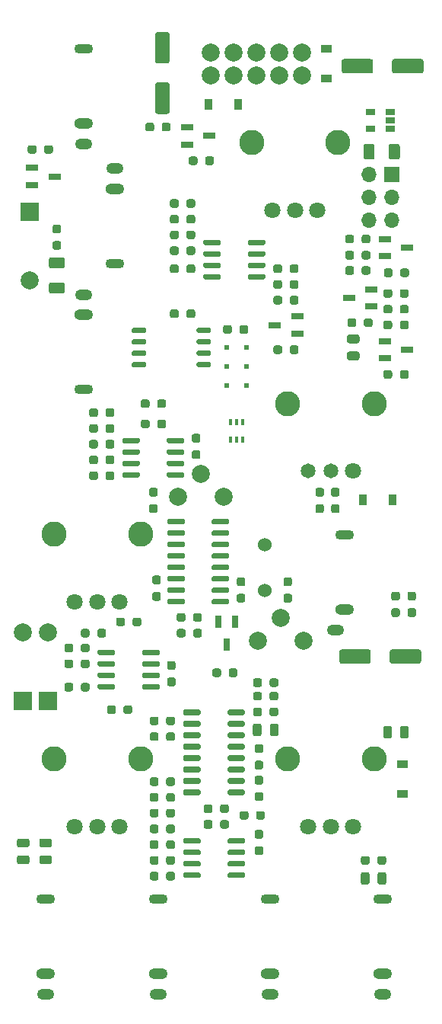
<source format=gbr>
%TF.GenerationSoftware,KiCad,Pcbnew,(5.1.10)-1*%
%TF.CreationDate,2021-09-03T07:56:25-07:00*%
%TF.ProjectId,Foundation,466f756e-6461-4746-996f-6e2e6b696361,rev?*%
%TF.SameCoordinates,Original*%
%TF.FileFunction,Soldermask,Top*%
%TF.FilePolarity,Negative*%
%FSLAX46Y46*%
G04 Gerber Fmt 4.6, Leading zero omitted, Abs format (unit mm)*
G04 Created by KiCad (PCBNEW (5.1.10)-1) date 2021-09-03 07:56:25*
%MOMM*%
%LPD*%
G01*
G04 APERTURE LIST*
%ADD10C,1.524000*%
%ADD11C,2.000000*%
%ADD12O,1.900000X1.200000*%
%ADD13O,2.100000X1.200000*%
%ADD14O,2.100000X1.100000*%
%ADD15C,2.800000*%
%ADD16C,1.800000*%
%ADD17R,0.500000X0.500000*%
%ADD18R,1.200000X0.900000*%
%ADD19R,0.900000X1.200000*%
%ADD20R,0.400000X0.650000*%
%ADD21R,2.000000X2.000000*%
%ADD22R,1.700000X1.700000*%
%ADD23O,1.700000X1.700000*%
%ADD24R,1.400000X0.800000*%
%ADD25C,1.650000*%
%ADD26R,1.060000X0.650000*%
%ADD27R,0.800000X1.400000*%
G04 APERTURE END LIST*
D10*
%TO.C,C19*%
X29640000Y51840000D03*
X29640000Y46760000D03*
%TD*%
D11*
%TO.C,RV7*%
X28860000Y41148600D03*
X31400000Y43688600D03*
X33940000Y41148600D03*
%TD*%
%TO.C,R27*%
G36*
G01*
X32437500Y47225000D02*
X31962500Y47225000D01*
G75*
G02*
X31725000Y47462500I0J237500D01*
G01*
X31725000Y47962500D01*
G75*
G02*
X31962500Y48200000I237500J0D01*
G01*
X32437500Y48200000D01*
G75*
G02*
X32675000Y47962500I0J-237500D01*
G01*
X32675000Y47462500D01*
G75*
G02*
X32437500Y47225000I-237500J0D01*
G01*
G37*
G36*
G01*
X32437500Y45400000D02*
X31962500Y45400000D01*
G75*
G02*
X31725000Y45637500I0J237500D01*
G01*
X31725000Y46137500D01*
G75*
G02*
X31962500Y46375000I237500J0D01*
G01*
X32437500Y46375000D01*
G75*
G02*
X32675000Y46137500I0J-237500D01*
G01*
X32675000Y45637500D01*
G75*
G02*
X32437500Y45400000I-237500J0D01*
G01*
G37*
%TD*%
D12*
%TO.C,J6*%
X37500000Y42379500D03*
D13*
X38500000Y44620000D03*
D14*
X38500000Y52920000D03*
%TD*%
%TO.C,R33*%
G36*
G01*
X28675000Y21512500D02*
X28675000Y21987500D01*
G75*
G02*
X28912500Y22225000I237500J0D01*
G01*
X29412500Y22225000D01*
G75*
G02*
X29650000Y21987500I0J-237500D01*
G01*
X29650000Y21512500D01*
G75*
G02*
X29412500Y21275000I-237500J0D01*
G01*
X28912500Y21275000D01*
G75*
G02*
X28675000Y21512500I0J237500D01*
G01*
G37*
G36*
G01*
X26850000Y21512500D02*
X26850000Y21987500D01*
G75*
G02*
X27087500Y22225000I237500J0D01*
G01*
X27587500Y22225000D01*
G75*
G02*
X27825000Y21987500I0J-237500D01*
G01*
X27825000Y21512500D01*
G75*
G02*
X27587500Y21275000I-237500J0D01*
G01*
X27087500Y21275000D01*
G75*
G02*
X26850000Y21512500I0J237500D01*
G01*
G37*
%TD*%
D15*
%TO.C,RV6*%
X32200000Y27998000D03*
X41800000Y27998000D03*
D16*
X34500000Y20498000D03*
X39500000Y20498000D03*
X37000000Y20498000D03*
%TD*%
%TO.C,C28*%
G36*
G01*
X17362500Y46575000D02*
X17837500Y46575000D01*
G75*
G02*
X18075000Y46337500I0J-237500D01*
G01*
X18075000Y45837500D01*
G75*
G02*
X17837500Y45600000I-237500J0D01*
G01*
X17362500Y45600000D01*
G75*
G02*
X17125000Y45837500I0J237500D01*
G01*
X17125000Y46337500D01*
G75*
G02*
X17362500Y46575000I237500J0D01*
G01*
G37*
G36*
G01*
X17362500Y48400000D02*
X17837500Y48400000D01*
G75*
G02*
X18075000Y48162500I0J-237500D01*
G01*
X18075000Y47662500D01*
G75*
G02*
X17837500Y47425000I-237500J0D01*
G01*
X17362500Y47425000D01*
G75*
G02*
X17125000Y47662500I0J237500D01*
G01*
X17125000Y48162500D01*
G75*
G02*
X17362500Y48400000I237500J0D01*
G01*
G37*
%TD*%
%TO.C,C27*%
G36*
G01*
X26762500Y46375000D02*
X27237500Y46375000D01*
G75*
G02*
X27475000Y46137500I0J-237500D01*
G01*
X27475000Y45637500D01*
G75*
G02*
X27237500Y45400000I-237500J0D01*
G01*
X26762500Y45400000D01*
G75*
G02*
X26525000Y45637500I0J237500D01*
G01*
X26525000Y46137500D01*
G75*
G02*
X26762500Y46375000I237500J0D01*
G01*
G37*
G36*
G01*
X26762500Y48200000D02*
X27237500Y48200000D01*
G75*
G02*
X27475000Y47962500I0J-237500D01*
G01*
X27475000Y47462500D01*
G75*
G02*
X27237500Y47225000I-237500J0D01*
G01*
X26762500Y47225000D01*
G75*
G02*
X26525000Y47462500I0J237500D01*
G01*
X26525000Y47962500D01*
G75*
G02*
X26762500Y48200000I237500J0D01*
G01*
G37*
%TD*%
%TO.C,C26*%
G36*
G01*
X28762500Y24325000D02*
X29237500Y24325000D01*
G75*
G02*
X29475000Y24087500I0J-237500D01*
G01*
X29475000Y23587500D01*
G75*
G02*
X29237500Y23350000I-237500J0D01*
G01*
X28762500Y23350000D01*
G75*
G02*
X28525000Y23587500I0J237500D01*
G01*
X28525000Y24087500D01*
G75*
G02*
X28762500Y24325000I237500J0D01*
G01*
G37*
G36*
G01*
X28762500Y26150000D02*
X29237500Y26150000D01*
G75*
G02*
X29475000Y25912500I0J-237500D01*
G01*
X29475000Y25412500D01*
G75*
G02*
X29237500Y25175000I-237500J0D01*
G01*
X28762500Y25175000D01*
G75*
G02*
X28525000Y25412500I0J237500D01*
G01*
X28525000Y25912500D01*
G75*
G02*
X28762500Y26150000I237500J0D01*
G01*
G37*
%TD*%
%TO.C,C8*%
G36*
G01*
X23825000Y22737500D02*
X23825000Y22262500D01*
G75*
G02*
X23587500Y22025000I-237500J0D01*
G01*
X23087500Y22025000D01*
G75*
G02*
X22850000Y22262500I0J237500D01*
G01*
X22850000Y22737500D01*
G75*
G02*
X23087500Y22975000I237500J0D01*
G01*
X23587500Y22975000D01*
G75*
G02*
X23825000Y22737500I0J-237500D01*
G01*
G37*
G36*
G01*
X25650000Y22737500D02*
X25650000Y22262500D01*
G75*
G02*
X25412500Y22025000I-237500J0D01*
G01*
X24912500Y22025000D01*
G75*
G02*
X24675000Y22262500I0J237500D01*
G01*
X24675000Y22737500D01*
G75*
G02*
X24912500Y22975000I237500J0D01*
G01*
X25412500Y22975000D01*
G75*
G02*
X25650000Y22737500I0J-237500D01*
G01*
G37*
%TD*%
%TO.C,C4*%
G36*
G01*
X18675000Y21762500D02*
X18675000Y22237500D01*
G75*
G02*
X18912500Y22475000I237500J0D01*
G01*
X19412500Y22475000D01*
G75*
G02*
X19650000Y22237500I0J-237500D01*
G01*
X19650000Y21762500D01*
G75*
G02*
X19412500Y21525000I-237500J0D01*
G01*
X18912500Y21525000D01*
G75*
G02*
X18675000Y21762500I0J237500D01*
G01*
G37*
G36*
G01*
X16850000Y21762500D02*
X16850000Y22237500D01*
G75*
G02*
X17087500Y22475000I237500J0D01*
G01*
X17587500Y22475000D01*
G75*
G02*
X17825000Y22237500I0J-237500D01*
G01*
X17825000Y21762500D01*
G75*
G02*
X17587500Y21525000I-237500J0D01*
G01*
X17087500Y21525000D01*
G75*
G02*
X16850000Y21762500I0J237500D01*
G01*
G37*
%TD*%
%TO.C,C14*%
G36*
G01*
X18800000Y105300000D02*
X17700000Y105300000D01*
G75*
G02*
X17450000Y105550000I0J250000D01*
G01*
X17450000Y108550000D01*
G75*
G02*
X17700000Y108800000I250000J0D01*
G01*
X18800000Y108800000D01*
G75*
G02*
X19050000Y108550000I0J-250000D01*
G01*
X19050000Y105550000D01*
G75*
G02*
X18800000Y105300000I-250000J0D01*
G01*
G37*
G36*
G01*
X18800000Y99700000D02*
X17700000Y99700000D01*
G75*
G02*
X17450000Y99950000I0J250000D01*
G01*
X17450000Y102950000D01*
G75*
G02*
X17700000Y103200000I250000J0D01*
G01*
X18800000Y103200000D01*
G75*
G02*
X19050000Y102950000I0J-250000D01*
G01*
X19050000Y99950000D01*
G75*
G02*
X18800000Y99700000I-250000J0D01*
G01*
G37*
%TD*%
%TO.C,C13*%
G36*
G01*
X41700000Y105550000D02*
X41700000Y104450000D01*
G75*
G02*
X41450000Y104200000I-250000J0D01*
G01*
X38450000Y104200000D01*
G75*
G02*
X38200000Y104450000I0J250000D01*
G01*
X38200000Y105550000D01*
G75*
G02*
X38450000Y105800000I250000J0D01*
G01*
X41450000Y105800000D01*
G75*
G02*
X41700000Y105550000I0J-250000D01*
G01*
G37*
G36*
G01*
X47300000Y105550000D02*
X47300000Y104450000D01*
G75*
G02*
X47050000Y104200000I-250000J0D01*
G01*
X44050000Y104200000D01*
G75*
G02*
X43800000Y104450000I0J250000D01*
G01*
X43800000Y105550000D01*
G75*
G02*
X44050000Y105800000I250000J0D01*
G01*
X47050000Y105800000D01*
G75*
G02*
X47300000Y105550000I0J-250000D01*
G01*
G37*
%TD*%
%TO.C,C5*%
G36*
G01*
X43550000Y38850000D02*
X43550000Y39950000D01*
G75*
G02*
X43800000Y40200000I250000J0D01*
G01*
X46800000Y40200000D01*
G75*
G02*
X47050000Y39950000I0J-250000D01*
G01*
X47050000Y38850000D01*
G75*
G02*
X46800000Y38600000I-250000J0D01*
G01*
X43800000Y38600000D01*
G75*
G02*
X43550000Y38850000I0J250000D01*
G01*
G37*
G36*
G01*
X37950000Y38850000D02*
X37950000Y39950000D01*
G75*
G02*
X38200000Y40200000I250000J0D01*
G01*
X41200000Y40200000D01*
G75*
G02*
X41450000Y39950000I0J-250000D01*
G01*
X41450000Y38850000D01*
G75*
G02*
X41200000Y38600000I-250000J0D01*
G01*
X38200000Y38600000D01*
G75*
G02*
X37950000Y38850000I0J250000D01*
G01*
G37*
%TD*%
%TO.C,R55*%
G36*
G01*
X44675000Y77762500D02*
X44675000Y78237500D01*
G75*
G02*
X44912500Y78475000I237500J0D01*
G01*
X45412500Y78475000D01*
G75*
G02*
X45650000Y78237500I0J-237500D01*
G01*
X45650000Y77762500D01*
G75*
G02*
X45412500Y77525000I-237500J0D01*
G01*
X44912500Y77525000D01*
G75*
G02*
X44675000Y77762500I0J237500D01*
G01*
G37*
G36*
G01*
X42850000Y77762500D02*
X42850000Y78237500D01*
G75*
G02*
X43087500Y78475000I237500J0D01*
G01*
X43587500Y78475000D01*
G75*
G02*
X43825000Y78237500I0J-237500D01*
G01*
X43825000Y77762500D01*
G75*
G02*
X43587500Y77525000I-237500J0D01*
G01*
X43087500Y77525000D01*
G75*
G02*
X42850000Y77762500I0J237500D01*
G01*
G37*
%TD*%
D17*
%TO.C,D9*%
X25400000Y69500000D03*
X27600000Y69500000D03*
%TD*%
%TO.C,D3*%
X25400000Y73750000D03*
X27600000Y73750000D03*
%TD*%
%TO.C,D2*%
X25400000Y71600000D03*
X27600000Y71600000D03*
%TD*%
D18*
%TO.C,D10*%
X45000000Y24100000D03*
X45000000Y27400000D03*
%TD*%
D19*
%TO.C,D8*%
X43850000Y56800000D03*
X40550000Y56800000D03*
%TD*%
%TO.C,D5*%
X23350000Y100750000D03*
X26650000Y100750000D03*
%TD*%
D18*
%TO.C,D4*%
X36500000Y103600000D03*
X36500000Y106900000D03*
%TD*%
D20*
%TO.C,Q6*%
X25850000Y65450000D03*
X27150000Y65450000D03*
X26500000Y63550000D03*
X26500000Y65450000D03*
X27150000Y63550000D03*
X25850000Y63550000D03*
%TD*%
%TO.C,U1*%
G36*
G01*
X22050000Y75505000D02*
X22050000Y75805000D01*
G75*
G02*
X22200000Y75955000I150000J0D01*
G01*
X23500000Y75955000D01*
G75*
G02*
X23650000Y75805000I0J-150000D01*
G01*
X23650000Y75505000D01*
G75*
G02*
X23500000Y75355000I-150000J0D01*
G01*
X22200000Y75355000D01*
G75*
G02*
X22050000Y75505000I0J150000D01*
G01*
G37*
G36*
G01*
X22050000Y74235000D02*
X22050000Y74535000D01*
G75*
G02*
X22200000Y74685000I150000J0D01*
G01*
X23500000Y74685000D01*
G75*
G02*
X23650000Y74535000I0J-150000D01*
G01*
X23650000Y74235000D01*
G75*
G02*
X23500000Y74085000I-150000J0D01*
G01*
X22200000Y74085000D01*
G75*
G02*
X22050000Y74235000I0J150000D01*
G01*
G37*
G36*
G01*
X22050000Y72965000D02*
X22050000Y73265000D01*
G75*
G02*
X22200000Y73415000I150000J0D01*
G01*
X23500000Y73415000D01*
G75*
G02*
X23650000Y73265000I0J-150000D01*
G01*
X23650000Y72965000D01*
G75*
G02*
X23500000Y72815000I-150000J0D01*
G01*
X22200000Y72815000D01*
G75*
G02*
X22050000Y72965000I0J150000D01*
G01*
G37*
G36*
G01*
X22050000Y71695000D02*
X22050000Y71995000D01*
G75*
G02*
X22200000Y72145000I150000J0D01*
G01*
X23500000Y72145000D01*
G75*
G02*
X23650000Y71995000I0J-150000D01*
G01*
X23650000Y71695000D01*
G75*
G02*
X23500000Y71545000I-150000J0D01*
G01*
X22200000Y71545000D01*
G75*
G02*
X22050000Y71695000I0J150000D01*
G01*
G37*
G36*
G01*
X14850000Y71695000D02*
X14850000Y71995000D01*
G75*
G02*
X15000000Y72145000I150000J0D01*
G01*
X16300000Y72145000D01*
G75*
G02*
X16450000Y71995000I0J-150000D01*
G01*
X16450000Y71695000D01*
G75*
G02*
X16300000Y71545000I-150000J0D01*
G01*
X15000000Y71545000D01*
G75*
G02*
X14850000Y71695000I0J150000D01*
G01*
G37*
G36*
G01*
X14850000Y72965000D02*
X14850000Y73265000D01*
G75*
G02*
X15000000Y73415000I150000J0D01*
G01*
X16300000Y73415000D01*
G75*
G02*
X16450000Y73265000I0J-150000D01*
G01*
X16450000Y72965000D01*
G75*
G02*
X16300000Y72815000I-150000J0D01*
G01*
X15000000Y72815000D01*
G75*
G02*
X14850000Y72965000I0J150000D01*
G01*
G37*
G36*
G01*
X14850000Y74235000D02*
X14850000Y74535000D01*
G75*
G02*
X15000000Y74685000I150000J0D01*
G01*
X16300000Y74685000D01*
G75*
G02*
X16450000Y74535000I0J-150000D01*
G01*
X16450000Y74235000D01*
G75*
G02*
X16300000Y74085000I-150000J0D01*
G01*
X15000000Y74085000D01*
G75*
G02*
X14850000Y74235000I0J150000D01*
G01*
G37*
G36*
G01*
X14850000Y75505000D02*
X14850000Y75805000D01*
G75*
G02*
X15000000Y75955000I150000J0D01*
G01*
X16300000Y75955000D01*
G75*
G02*
X16450000Y75805000I0J-150000D01*
G01*
X16450000Y75505000D01*
G75*
G02*
X16300000Y75355000I-150000J0D01*
G01*
X15000000Y75355000D01*
G75*
G02*
X14850000Y75505000I0J150000D01*
G01*
G37*
%TD*%
%TO.C,C9*%
G36*
G01*
X39575000Y84237500D02*
X39575000Y83762500D01*
G75*
G02*
X39337500Y83525000I-237500J0D01*
G01*
X38837500Y83525000D01*
G75*
G02*
X38600000Y83762500I0J237500D01*
G01*
X38600000Y84237500D01*
G75*
G02*
X38837500Y84475000I237500J0D01*
G01*
X39337500Y84475000D01*
G75*
G02*
X39575000Y84237500I0J-237500D01*
G01*
G37*
G36*
G01*
X41400000Y84237500D02*
X41400000Y83762500D01*
G75*
G02*
X41162500Y83525000I-237500J0D01*
G01*
X40662500Y83525000D01*
G75*
G02*
X40425000Y83762500I0J237500D01*
G01*
X40425000Y84237500D01*
G75*
G02*
X40662500Y84475000I237500J0D01*
G01*
X41162500Y84475000D01*
G75*
G02*
X41400000Y84237500I0J-237500D01*
G01*
G37*
%TD*%
%TO.C,R13*%
G36*
G01*
X39575000Y82537500D02*
X39575000Y82062500D01*
G75*
G02*
X39337500Y81825000I-237500J0D01*
G01*
X38837500Y81825000D01*
G75*
G02*
X38600000Y82062500I0J237500D01*
G01*
X38600000Y82537500D01*
G75*
G02*
X38837500Y82775000I237500J0D01*
G01*
X39337500Y82775000D01*
G75*
G02*
X39575000Y82537500I0J-237500D01*
G01*
G37*
G36*
G01*
X41400000Y82537500D02*
X41400000Y82062500D01*
G75*
G02*
X41162500Y81825000I-237500J0D01*
G01*
X40662500Y81825000D01*
G75*
G02*
X40425000Y82062500I0J237500D01*
G01*
X40425000Y82537500D01*
G75*
G02*
X40662500Y82775000I237500J0D01*
G01*
X41162500Y82775000D01*
G75*
G02*
X41400000Y82537500I0J-237500D01*
G01*
G37*
%TD*%
%TO.C,R15*%
G36*
G01*
X40425000Y85562500D02*
X40425000Y86037500D01*
G75*
G02*
X40662500Y86275000I237500J0D01*
G01*
X41162500Y86275000D01*
G75*
G02*
X41400000Y86037500I0J-237500D01*
G01*
X41400000Y85562500D01*
G75*
G02*
X41162500Y85325000I-237500J0D01*
G01*
X40662500Y85325000D01*
G75*
G02*
X40425000Y85562500I0J237500D01*
G01*
G37*
G36*
G01*
X38600000Y85562500D02*
X38600000Y86037500D01*
G75*
G02*
X38837500Y86275000I237500J0D01*
G01*
X39337500Y86275000D01*
G75*
G02*
X39575000Y86037500I0J-237500D01*
G01*
X39575000Y85562500D01*
G75*
G02*
X39337500Y85325000I-237500J0D01*
G01*
X38837500Y85325000D01*
G75*
G02*
X38600000Y85562500I0J237500D01*
G01*
G37*
%TD*%
%TO.C,R19*%
G36*
G01*
X43875000Y82287500D02*
X43875000Y81812500D01*
G75*
G02*
X43637500Y81575000I-237500J0D01*
G01*
X43137500Y81575000D01*
G75*
G02*
X42900000Y81812500I0J237500D01*
G01*
X42900000Y82287500D01*
G75*
G02*
X43137500Y82525000I237500J0D01*
G01*
X43637500Y82525000D01*
G75*
G02*
X43875000Y82287500I0J-237500D01*
G01*
G37*
G36*
G01*
X45700000Y82287500D02*
X45700000Y81812500D01*
G75*
G02*
X45462500Y81575000I-237500J0D01*
G01*
X44962500Y81575000D01*
G75*
G02*
X44725000Y81812500I0J237500D01*
G01*
X44725000Y82287500D01*
G75*
G02*
X44962500Y82525000I237500J0D01*
G01*
X45462500Y82525000D01*
G75*
G02*
X45700000Y82287500I0J-237500D01*
G01*
G37*
%TD*%
%TO.C,C3*%
G36*
G01*
X24775000Y37837500D02*
X24775000Y37362500D01*
G75*
G02*
X24537500Y37125000I-237500J0D01*
G01*
X24037500Y37125000D01*
G75*
G02*
X23800000Y37362500I0J237500D01*
G01*
X23800000Y37837500D01*
G75*
G02*
X24037500Y38075000I237500J0D01*
G01*
X24537500Y38075000D01*
G75*
G02*
X24775000Y37837500I0J-237500D01*
G01*
G37*
G36*
G01*
X26600000Y37837500D02*
X26600000Y37362500D01*
G75*
G02*
X26362500Y37125000I-237500J0D01*
G01*
X25862500Y37125000D01*
G75*
G02*
X25625000Y37362500I0J237500D01*
G01*
X25625000Y37837500D01*
G75*
G02*
X25862500Y38075000I237500J0D01*
G01*
X26362500Y38075000D01*
G75*
G02*
X26600000Y37837500I0J-237500D01*
G01*
G37*
%TD*%
%TO.C,R52*%
G36*
G01*
X44675000Y79512500D02*
X44675000Y79987500D01*
G75*
G02*
X44912500Y80225000I237500J0D01*
G01*
X45412500Y80225000D01*
G75*
G02*
X45650000Y79987500I0J-237500D01*
G01*
X45650000Y79512500D01*
G75*
G02*
X45412500Y79275000I-237500J0D01*
G01*
X44912500Y79275000D01*
G75*
G02*
X44675000Y79512500I0J237500D01*
G01*
G37*
G36*
G01*
X42850000Y79512500D02*
X42850000Y79987500D01*
G75*
G02*
X43087500Y80225000I237500J0D01*
G01*
X43587500Y80225000D01*
G75*
G02*
X43825000Y79987500I0J-237500D01*
G01*
X43825000Y79512500D01*
G75*
G02*
X43587500Y79275000I-237500J0D01*
G01*
X43087500Y79275000D01*
G75*
G02*
X42850000Y79512500I0J237500D01*
G01*
G37*
%TD*%
%TO.C,R51*%
G36*
G01*
X44675000Y70512500D02*
X44675000Y70987500D01*
G75*
G02*
X44912500Y71225000I237500J0D01*
G01*
X45412500Y71225000D01*
G75*
G02*
X45650000Y70987500I0J-237500D01*
G01*
X45650000Y70512500D01*
G75*
G02*
X45412500Y70275000I-237500J0D01*
G01*
X44912500Y70275000D01*
G75*
G02*
X44675000Y70512500I0J237500D01*
G01*
G37*
G36*
G01*
X42850000Y70512500D02*
X42850000Y70987500D01*
G75*
G02*
X43087500Y71225000I237500J0D01*
G01*
X43587500Y71225000D01*
G75*
G02*
X43825000Y70987500I0J-237500D01*
G01*
X43825000Y70512500D01*
G75*
G02*
X43587500Y70275000I-237500J0D01*
G01*
X43087500Y70275000D01*
G75*
G02*
X42850000Y70512500I0J237500D01*
G01*
G37*
%TD*%
%TO.C,R7*%
G36*
G01*
X40675000Y76262500D02*
X40675000Y76737500D01*
G75*
G02*
X40912500Y76975000I237500J0D01*
G01*
X41412500Y76975000D01*
G75*
G02*
X41650000Y76737500I0J-237500D01*
G01*
X41650000Y76262500D01*
G75*
G02*
X41412500Y76025000I-237500J0D01*
G01*
X40912500Y76025000D01*
G75*
G02*
X40675000Y76262500I0J237500D01*
G01*
G37*
G36*
G01*
X38850000Y76262500D02*
X38850000Y76737500D01*
G75*
G02*
X39087500Y76975000I237500J0D01*
G01*
X39587500Y76975000D01*
G75*
G02*
X39825000Y76737500I0J-237500D01*
G01*
X39825000Y76262500D01*
G75*
G02*
X39587500Y76025000I-237500J0D01*
G01*
X39087500Y76025000D01*
G75*
G02*
X38850000Y76262500I0J237500D01*
G01*
G37*
%TD*%
%TO.C,C1*%
G36*
G01*
X44675000Y76012500D02*
X44675000Y76487500D01*
G75*
G02*
X44912500Y76725000I237500J0D01*
G01*
X45412500Y76725000D01*
G75*
G02*
X45650000Y76487500I0J-237500D01*
G01*
X45650000Y76012500D01*
G75*
G02*
X45412500Y75775000I-237500J0D01*
G01*
X44912500Y75775000D01*
G75*
G02*
X44675000Y76012500I0J237500D01*
G01*
G37*
G36*
G01*
X42850000Y76012500D02*
X42850000Y76487500D01*
G75*
G02*
X43087500Y76725000I237500J0D01*
G01*
X43587500Y76725000D01*
G75*
G02*
X43825000Y76487500I0J-237500D01*
G01*
X43825000Y76012500D01*
G75*
G02*
X43587500Y75775000I-237500J0D01*
G01*
X43087500Y75775000D01*
G75*
G02*
X42850000Y76012500I0J237500D01*
G01*
G37*
%TD*%
%TO.C,R50*%
G36*
G01*
X14925000Y43012500D02*
X14925000Y43487500D01*
G75*
G02*
X15162500Y43725000I237500J0D01*
G01*
X15662500Y43725000D01*
G75*
G02*
X15900000Y43487500I0J-237500D01*
G01*
X15900000Y43012500D01*
G75*
G02*
X15662500Y42775000I-237500J0D01*
G01*
X15162500Y42775000D01*
G75*
G02*
X14925000Y43012500I0J237500D01*
G01*
G37*
G36*
G01*
X13100000Y43012500D02*
X13100000Y43487500D01*
G75*
G02*
X13337500Y43725000I237500J0D01*
G01*
X13837500Y43725000D01*
G75*
G02*
X14075000Y43487500I0J-237500D01*
G01*
X14075000Y43012500D01*
G75*
G02*
X13837500Y42775000I-237500J0D01*
G01*
X13337500Y42775000D01*
G75*
G02*
X13100000Y43012500I0J237500D01*
G01*
G37*
%TD*%
%TO.C,R2*%
G36*
G01*
X5087500Y95512500D02*
X5087500Y95987500D01*
G75*
G02*
X5325000Y96225000I237500J0D01*
G01*
X5825000Y96225000D01*
G75*
G02*
X6062500Y95987500I0J-237500D01*
G01*
X6062500Y95512500D01*
G75*
G02*
X5825000Y95275000I-237500J0D01*
G01*
X5325000Y95275000D01*
G75*
G02*
X5087500Y95512500I0J237500D01*
G01*
G37*
G36*
G01*
X3262500Y95512500D02*
X3262500Y95987500D01*
G75*
G02*
X3500000Y96225000I237500J0D01*
G01*
X4000000Y96225000D01*
G75*
G02*
X4237500Y95987500I0J-237500D01*
G01*
X4237500Y95512500D01*
G75*
G02*
X4000000Y95275000I-237500J0D01*
G01*
X3500000Y95275000D01*
G75*
G02*
X3262500Y95512500I0J237500D01*
G01*
G37*
%TD*%
%TO.C,C15*%
G36*
G01*
X22237500Y63175000D02*
X21762500Y63175000D01*
G75*
G02*
X21525000Y63412500I0J237500D01*
G01*
X21525000Y63912500D01*
G75*
G02*
X21762500Y64150000I237500J0D01*
G01*
X22237500Y64150000D01*
G75*
G02*
X22475000Y63912500I0J-237500D01*
G01*
X22475000Y63412500D01*
G75*
G02*
X22237500Y63175000I-237500J0D01*
G01*
G37*
G36*
G01*
X22237500Y61350000D02*
X21762500Y61350000D01*
G75*
G02*
X21525000Y61587500I0J237500D01*
G01*
X21525000Y62087500D01*
G75*
G02*
X21762500Y62325000I237500J0D01*
G01*
X22237500Y62325000D01*
G75*
G02*
X22475000Y62087500I0J-237500D01*
G01*
X22475000Y61587500D01*
G75*
G02*
X22237500Y61350000I-237500J0D01*
G01*
G37*
%TD*%
%TO.C,R30*%
G36*
G01*
X29325000Y35237500D02*
X29325000Y34762500D01*
G75*
G02*
X29087500Y34525000I-237500J0D01*
G01*
X28587500Y34525000D01*
G75*
G02*
X28350000Y34762500I0J237500D01*
G01*
X28350000Y35237500D01*
G75*
G02*
X28587500Y35475000I237500J0D01*
G01*
X29087500Y35475000D01*
G75*
G02*
X29325000Y35237500I0J-237500D01*
G01*
G37*
G36*
G01*
X31150000Y35237500D02*
X31150000Y34762500D01*
G75*
G02*
X30912500Y34525000I-237500J0D01*
G01*
X30412500Y34525000D01*
G75*
G02*
X30175000Y34762500I0J237500D01*
G01*
X30175000Y35237500D01*
G75*
G02*
X30412500Y35475000I237500J0D01*
G01*
X30912500Y35475000D01*
G75*
G02*
X31150000Y35237500I0J-237500D01*
G01*
G37*
%TD*%
%TO.C,C2*%
G36*
G01*
X26825000Y75512500D02*
X26825000Y75987500D01*
G75*
G02*
X27062500Y76225000I237500J0D01*
G01*
X27562500Y76225000D01*
G75*
G02*
X27800000Y75987500I0J-237500D01*
G01*
X27800000Y75512500D01*
G75*
G02*
X27562500Y75275000I-237500J0D01*
G01*
X27062500Y75275000D01*
G75*
G02*
X26825000Y75512500I0J237500D01*
G01*
G37*
G36*
G01*
X25000000Y75512500D02*
X25000000Y75987500D01*
G75*
G02*
X25237500Y76225000I237500J0D01*
G01*
X25737500Y76225000D01*
G75*
G02*
X25975000Y75987500I0J-237500D01*
G01*
X25975000Y75512500D01*
G75*
G02*
X25737500Y75275000I-237500J0D01*
G01*
X25237500Y75275000D01*
G75*
G02*
X25000000Y75512500I0J237500D01*
G01*
G37*
%TD*%
%TO.C,C6*%
G36*
G01*
X13075000Y33737500D02*
X13075000Y33262500D01*
G75*
G02*
X12837500Y33025000I-237500J0D01*
G01*
X12337500Y33025000D01*
G75*
G02*
X12100000Y33262500I0J237500D01*
G01*
X12100000Y33737500D01*
G75*
G02*
X12337500Y33975000I237500J0D01*
G01*
X12837500Y33975000D01*
G75*
G02*
X13075000Y33737500I0J-237500D01*
G01*
G37*
G36*
G01*
X14900000Y33737500D02*
X14900000Y33262500D01*
G75*
G02*
X14662500Y33025000I-237500J0D01*
G01*
X14162500Y33025000D01*
G75*
G02*
X13925000Y33262500I0J237500D01*
G01*
X13925000Y33737500D01*
G75*
G02*
X14162500Y33975000I237500J0D01*
G01*
X14662500Y33975000D01*
G75*
G02*
X14900000Y33737500I0J-237500D01*
G01*
G37*
%TD*%
%TO.C,C10*%
G36*
G01*
X32425000Y82262500D02*
X32425000Y82737500D01*
G75*
G02*
X32662500Y82975000I237500J0D01*
G01*
X33162500Y82975000D01*
G75*
G02*
X33400000Y82737500I0J-237500D01*
G01*
X33400000Y82262500D01*
G75*
G02*
X33162500Y82025000I-237500J0D01*
G01*
X32662500Y82025000D01*
G75*
G02*
X32425000Y82262500I0J237500D01*
G01*
G37*
G36*
G01*
X30600000Y82262500D02*
X30600000Y82737500D01*
G75*
G02*
X30837500Y82975000I237500J0D01*
G01*
X31337500Y82975000D01*
G75*
G02*
X31575000Y82737500I0J-237500D01*
G01*
X31575000Y82262500D01*
G75*
G02*
X31337500Y82025000I-237500J0D01*
G01*
X30837500Y82025000D01*
G75*
G02*
X30600000Y82262500I0J237500D01*
G01*
G37*
%TD*%
%TO.C,C12*%
G36*
G01*
X20075000Y88237500D02*
X20075000Y87762500D01*
G75*
G02*
X19837500Y87525000I-237500J0D01*
G01*
X19337500Y87525000D01*
G75*
G02*
X19100000Y87762500I0J237500D01*
G01*
X19100000Y88237500D01*
G75*
G02*
X19337500Y88475000I237500J0D01*
G01*
X19837500Y88475000D01*
G75*
G02*
X20075000Y88237500I0J-237500D01*
G01*
G37*
G36*
G01*
X21900000Y88237500D02*
X21900000Y87762500D01*
G75*
G02*
X21662500Y87525000I-237500J0D01*
G01*
X21162500Y87525000D01*
G75*
G02*
X20925000Y87762500I0J237500D01*
G01*
X20925000Y88237500D01*
G75*
G02*
X21162500Y88475000I237500J0D01*
G01*
X21662500Y88475000D01*
G75*
G02*
X21900000Y88237500I0J-237500D01*
G01*
G37*
%TD*%
%TO.C,C16*%
G36*
G01*
X11925000Y59262500D02*
X11925000Y59737500D01*
G75*
G02*
X12162500Y59975000I237500J0D01*
G01*
X12662500Y59975000D01*
G75*
G02*
X12900000Y59737500I0J-237500D01*
G01*
X12900000Y59262500D01*
G75*
G02*
X12662500Y59025000I-237500J0D01*
G01*
X12162500Y59025000D01*
G75*
G02*
X11925000Y59262500I0J237500D01*
G01*
G37*
G36*
G01*
X10100000Y59262500D02*
X10100000Y59737500D01*
G75*
G02*
X10337500Y59975000I237500J0D01*
G01*
X10837500Y59975000D01*
G75*
G02*
X11075000Y59737500I0J-237500D01*
G01*
X11075000Y59262500D01*
G75*
G02*
X10837500Y59025000I-237500J0D01*
G01*
X10337500Y59025000D01*
G75*
G02*
X10100000Y59262500I0J237500D01*
G01*
G37*
%TD*%
%TO.C,C17*%
G36*
G01*
X19012500Y37075000D02*
X19487500Y37075000D01*
G75*
G02*
X19725000Y36837500I0J-237500D01*
G01*
X19725000Y36337500D01*
G75*
G02*
X19487500Y36100000I-237500J0D01*
G01*
X19012500Y36100000D01*
G75*
G02*
X18775000Y36337500I0J237500D01*
G01*
X18775000Y36837500D01*
G75*
G02*
X19012500Y37075000I237500J0D01*
G01*
G37*
G36*
G01*
X19012500Y38900000D02*
X19487500Y38900000D01*
G75*
G02*
X19725000Y38662500I0J-237500D01*
G01*
X19725000Y38162500D01*
G75*
G02*
X19487500Y37925000I-237500J0D01*
G01*
X19012500Y37925000D01*
G75*
G02*
X18775000Y38162500I0J237500D01*
G01*
X18775000Y38662500D01*
G75*
G02*
X19012500Y38900000I237500J0D01*
G01*
G37*
%TD*%
%TO.C,C18*%
G36*
G01*
X9175000Y35762500D02*
X9175000Y36237500D01*
G75*
G02*
X9412500Y36475000I237500J0D01*
G01*
X9912500Y36475000D01*
G75*
G02*
X10150000Y36237500I0J-237500D01*
G01*
X10150000Y35762500D01*
G75*
G02*
X9912500Y35525000I-237500J0D01*
G01*
X9412500Y35525000D01*
G75*
G02*
X9175000Y35762500I0J237500D01*
G01*
G37*
G36*
G01*
X7350000Y35762500D02*
X7350000Y36237500D01*
G75*
G02*
X7587500Y36475000I237500J0D01*
G01*
X8087500Y36475000D01*
G75*
G02*
X8325000Y36237500I0J-237500D01*
G01*
X8325000Y35762500D01*
G75*
G02*
X8087500Y35525000I-237500J0D01*
G01*
X7587500Y35525000D01*
G75*
G02*
X7350000Y35762500I0J237500D01*
G01*
G37*
%TD*%
%TO.C,C20*%
G36*
G01*
X29237500Y19175000D02*
X28762500Y19175000D01*
G75*
G02*
X28525000Y19412500I0J237500D01*
G01*
X28525000Y19912500D01*
G75*
G02*
X28762500Y20150000I237500J0D01*
G01*
X29237500Y20150000D01*
G75*
G02*
X29475000Y19912500I0J-237500D01*
G01*
X29475000Y19412500D01*
G75*
G02*
X29237500Y19175000I-237500J0D01*
G01*
G37*
G36*
G01*
X29237500Y17350000D02*
X28762500Y17350000D01*
G75*
G02*
X28525000Y17587500I0J237500D01*
G01*
X28525000Y18087500D01*
G75*
G02*
X28762500Y18325000I237500J0D01*
G01*
X29237500Y18325000D01*
G75*
G02*
X29475000Y18087500I0J-237500D01*
G01*
X29475000Y17587500D01*
G75*
G02*
X29237500Y17350000I-237500J0D01*
G01*
G37*
%TD*%
%TO.C,C21*%
G36*
G01*
X18675000Y14762500D02*
X18675000Y15237500D01*
G75*
G02*
X18912500Y15475000I237500J0D01*
G01*
X19412500Y15475000D01*
G75*
G02*
X19650000Y15237500I0J-237500D01*
G01*
X19650000Y14762500D01*
G75*
G02*
X19412500Y14525000I-237500J0D01*
G01*
X18912500Y14525000D01*
G75*
G02*
X18675000Y14762500I0J237500D01*
G01*
G37*
G36*
G01*
X16850000Y14762500D02*
X16850000Y15237500D01*
G75*
G02*
X17087500Y15475000I237500J0D01*
G01*
X17587500Y15475000D01*
G75*
G02*
X17825000Y15237500I0J-237500D01*
G01*
X17825000Y14762500D01*
G75*
G02*
X17587500Y14525000I-237500J0D01*
G01*
X17087500Y14525000D01*
G75*
G02*
X16850000Y14762500I0J237500D01*
G01*
G37*
%TD*%
%TO.C,C22*%
G36*
G01*
X17825000Y16987500D02*
X17825000Y16512500D01*
G75*
G02*
X17587500Y16275000I-237500J0D01*
G01*
X17087500Y16275000D01*
G75*
G02*
X16850000Y16512500I0J237500D01*
G01*
X16850000Y16987500D01*
G75*
G02*
X17087500Y17225000I237500J0D01*
G01*
X17587500Y17225000D01*
G75*
G02*
X17825000Y16987500I0J-237500D01*
G01*
G37*
G36*
G01*
X19650000Y16987500D02*
X19650000Y16512500D01*
G75*
G02*
X19412500Y16275000I-237500J0D01*
G01*
X18912500Y16275000D01*
G75*
G02*
X18675000Y16512500I0J237500D01*
G01*
X18675000Y16987500D01*
G75*
G02*
X18912500Y17225000I237500J0D01*
G01*
X19412500Y17225000D01*
G75*
G02*
X19650000Y16987500I0J-237500D01*
G01*
G37*
%TD*%
%TO.C,C23*%
G36*
G01*
X9175000Y40112500D02*
X9175000Y40587500D01*
G75*
G02*
X9412500Y40825000I237500J0D01*
G01*
X9912500Y40825000D01*
G75*
G02*
X10150000Y40587500I0J-237500D01*
G01*
X10150000Y40112500D01*
G75*
G02*
X9912500Y39875000I-237500J0D01*
G01*
X9412500Y39875000D01*
G75*
G02*
X9175000Y40112500I0J237500D01*
G01*
G37*
G36*
G01*
X7350000Y40112500D02*
X7350000Y40587500D01*
G75*
G02*
X7587500Y40825000I237500J0D01*
G01*
X8087500Y40825000D01*
G75*
G02*
X8325000Y40587500I0J-237500D01*
G01*
X8325000Y40112500D01*
G75*
G02*
X8087500Y39875000I-237500J0D01*
G01*
X7587500Y39875000D01*
G75*
G02*
X7350000Y40112500I0J237500D01*
G01*
G37*
%TD*%
%TO.C,C25*%
G36*
G01*
X41325000Y16987500D02*
X41325000Y16512500D01*
G75*
G02*
X41087500Y16275000I-237500J0D01*
G01*
X40587500Y16275000D01*
G75*
G02*
X40350000Y16512500I0J237500D01*
G01*
X40350000Y16987500D01*
G75*
G02*
X40587500Y17225000I237500J0D01*
G01*
X41087500Y17225000D01*
G75*
G02*
X41325000Y16987500I0J-237500D01*
G01*
G37*
G36*
G01*
X43150000Y16987500D02*
X43150000Y16512500D01*
G75*
G02*
X42912500Y16275000I-237500J0D01*
G01*
X42412500Y16275000D01*
G75*
G02*
X42175000Y16512500I0J237500D01*
G01*
X42175000Y16987500D01*
G75*
G02*
X42412500Y17225000I237500J0D01*
G01*
X42912500Y17225000D01*
G75*
G02*
X43150000Y16987500I0J-237500D01*
G01*
G37*
%TD*%
%TO.C,R1*%
G36*
G01*
X17325000Y98487500D02*
X17325000Y98012500D01*
G75*
G02*
X17087500Y97775000I-237500J0D01*
G01*
X16587500Y97775000D01*
G75*
G02*
X16350000Y98012500I0J237500D01*
G01*
X16350000Y98487500D01*
G75*
G02*
X16587500Y98725000I237500J0D01*
G01*
X17087500Y98725000D01*
G75*
G02*
X17325000Y98487500I0J-237500D01*
G01*
G37*
G36*
G01*
X19150000Y98487500D02*
X19150000Y98012500D01*
G75*
G02*
X18912500Y97775000I-237500J0D01*
G01*
X18412500Y97775000D01*
G75*
G02*
X18175000Y98012500I0J237500D01*
G01*
X18175000Y98487500D01*
G75*
G02*
X18412500Y98725000I237500J0D01*
G01*
X18912500Y98725000D01*
G75*
G02*
X19150000Y98487500I0J-237500D01*
G01*
G37*
%TD*%
%TO.C,R4*%
G36*
G01*
X45762500Y44775001D02*
X46237500Y44775001D01*
G75*
G02*
X46475000Y44537501I0J-237500D01*
G01*
X46475000Y44037501D01*
G75*
G02*
X46237500Y43800001I-237500J0D01*
G01*
X45762500Y43800001D01*
G75*
G02*
X45525000Y44037501I0J237500D01*
G01*
X45525000Y44537501D01*
G75*
G02*
X45762500Y44775001I237500J0D01*
G01*
G37*
G36*
G01*
X45762500Y46600001D02*
X46237500Y46600001D01*
G75*
G02*
X46475000Y46362501I0J-237500D01*
G01*
X46475000Y45862501D01*
G75*
G02*
X46237500Y45625001I-237500J0D01*
G01*
X45762500Y45625001D01*
G75*
G02*
X45525000Y45862501I0J237500D01*
G01*
X45525000Y46362501D01*
G75*
G02*
X45762500Y46600001I237500J0D01*
G01*
G37*
%TD*%
%TO.C,R5*%
G36*
G01*
X44437500Y45625000D02*
X43962500Y45625000D01*
G75*
G02*
X43725000Y45862500I0J237500D01*
G01*
X43725000Y46362500D01*
G75*
G02*
X43962500Y46600000I237500J0D01*
G01*
X44437500Y46600000D01*
G75*
G02*
X44675000Y46362500I0J-237500D01*
G01*
X44675000Y45862500D01*
G75*
G02*
X44437500Y45625000I-237500J0D01*
G01*
G37*
G36*
G01*
X44437500Y43800000D02*
X43962500Y43800000D01*
G75*
G02*
X43725000Y44037500I0J237500D01*
G01*
X43725000Y44537500D01*
G75*
G02*
X43962500Y44775000I237500J0D01*
G01*
X44437500Y44775000D01*
G75*
G02*
X44675000Y44537500I0J-237500D01*
G01*
X44675000Y44037500D01*
G75*
G02*
X44437500Y43800000I-237500J0D01*
G01*
G37*
%TD*%
%TO.C,R6*%
G36*
G01*
X22162500Y94737500D02*
X22162500Y94262500D01*
G75*
G02*
X21925000Y94025000I-237500J0D01*
G01*
X21425000Y94025000D01*
G75*
G02*
X21187500Y94262500I0J237500D01*
G01*
X21187500Y94737500D01*
G75*
G02*
X21425000Y94975000I237500J0D01*
G01*
X21925000Y94975000D01*
G75*
G02*
X22162500Y94737500I0J-237500D01*
G01*
G37*
G36*
G01*
X23987500Y94737500D02*
X23987500Y94262500D01*
G75*
G02*
X23750000Y94025000I-237500J0D01*
G01*
X23250000Y94025000D01*
G75*
G02*
X23012500Y94262500I0J237500D01*
G01*
X23012500Y94737500D01*
G75*
G02*
X23250000Y94975000I237500J0D01*
G01*
X23750000Y94975000D01*
G75*
G02*
X23987500Y94737500I0J-237500D01*
G01*
G37*
%TD*%
%TO.C,R8*%
G36*
G01*
X20925000Y77262500D02*
X20925000Y77737500D01*
G75*
G02*
X21162500Y77975000I237500J0D01*
G01*
X21662500Y77975000D01*
G75*
G02*
X21900000Y77737500I0J-237500D01*
G01*
X21900000Y77262500D01*
G75*
G02*
X21662500Y77025000I-237500J0D01*
G01*
X21162500Y77025000D01*
G75*
G02*
X20925000Y77262500I0J237500D01*
G01*
G37*
G36*
G01*
X19100000Y77262500D02*
X19100000Y77737500D01*
G75*
G02*
X19337500Y77975000I237500J0D01*
G01*
X19837500Y77975000D01*
G75*
G02*
X20075000Y77737500I0J-237500D01*
G01*
X20075000Y77262500D01*
G75*
G02*
X19837500Y77025000I-237500J0D01*
G01*
X19337500Y77025000D01*
G75*
G02*
X19100000Y77262500I0J237500D01*
G01*
G37*
%TD*%
%TO.C,R9*%
G36*
G01*
X6262500Y85575000D02*
X6737500Y85575000D01*
G75*
G02*
X6975000Y85337500I0J-237500D01*
G01*
X6975000Y84837500D01*
G75*
G02*
X6737500Y84600000I-237500J0D01*
G01*
X6262500Y84600000D01*
G75*
G02*
X6025000Y84837500I0J237500D01*
G01*
X6025000Y85337500D01*
G75*
G02*
X6262500Y85575000I237500J0D01*
G01*
G37*
G36*
G01*
X6262500Y87400000D02*
X6737500Y87400000D01*
G75*
G02*
X6975000Y87162500I0J-237500D01*
G01*
X6975000Y86662500D01*
G75*
G02*
X6737500Y86425000I-237500J0D01*
G01*
X6262500Y86425000D01*
G75*
G02*
X6025000Y86662500I0J237500D01*
G01*
X6025000Y87162500D01*
G75*
G02*
X6262500Y87400000I237500J0D01*
G01*
G37*
%TD*%
%TO.C,R10*%
G36*
G01*
X17825000Y32487500D02*
X17825000Y32012500D01*
G75*
G02*
X17587500Y31775000I-237500J0D01*
G01*
X17087500Y31775000D01*
G75*
G02*
X16850000Y32012500I0J237500D01*
G01*
X16850000Y32487500D01*
G75*
G02*
X17087500Y32725000I237500J0D01*
G01*
X17587500Y32725000D01*
G75*
G02*
X17825000Y32487500I0J-237500D01*
G01*
G37*
G36*
G01*
X19650000Y32487500D02*
X19650000Y32012500D01*
G75*
G02*
X19412500Y31775000I-237500J0D01*
G01*
X18912500Y31775000D01*
G75*
G02*
X18675000Y32012500I0J237500D01*
G01*
X18675000Y32487500D01*
G75*
G02*
X18912500Y32725000I237500J0D01*
G01*
X19412500Y32725000D01*
G75*
G02*
X19650000Y32487500I0J-237500D01*
G01*
G37*
%TD*%
%TO.C,R11*%
G36*
G01*
X18675000Y30262500D02*
X18675000Y30737500D01*
G75*
G02*
X18912500Y30975000I237500J0D01*
G01*
X19412500Y30975000D01*
G75*
G02*
X19650000Y30737500I0J-237500D01*
G01*
X19650000Y30262500D01*
G75*
G02*
X19412500Y30025000I-237500J0D01*
G01*
X18912500Y30025000D01*
G75*
G02*
X18675000Y30262500I0J237500D01*
G01*
G37*
G36*
G01*
X16850000Y30262500D02*
X16850000Y30737500D01*
G75*
G02*
X17087500Y30975000I237500J0D01*
G01*
X17587500Y30975000D01*
G75*
G02*
X17825000Y30737500I0J-237500D01*
G01*
X17825000Y30262500D01*
G75*
G02*
X17587500Y30025000I-237500J0D01*
G01*
X17087500Y30025000D01*
G75*
G02*
X16850000Y30262500I0J237500D01*
G01*
G37*
%TD*%
%TO.C,R12*%
G36*
G01*
X31575000Y73737500D02*
X31575000Y73262500D01*
G75*
G02*
X31337500Y73025000I-237500J0D01*
G01*
X30837500Y73025000D01*
G75*
G02*
X30600000Y73262500I0J237500D01*
G01*
X30600000Y73737500D01*
G75*
G02*
X30837500Y73975000I237500J0D01*
G01*
X31337500Y73975000D01*
G75*
G02*
X31575000Y73737500I0J-237500D01*
G01*
G37*
G36*
G01*
X33400000Y73737500D02*
X33400000Y73262500D01*
G75*
G02*
X33162500Y73025000I-237500J0D01*
G01*
X32662500Y73025000D01*
G75*
G02*
X32425000Y73262500I0J237500D01*
G01*
X32425000Y73737500D01*
G75*
G02*
X32662500Y73975000I237500J0D01*
G01*
X33162500Y73975000D01*
G75*
G02*
X33400000Y73737500I0J-237500D01*
G01*
G37*
%TD*%
%TO.C,R14*%
G36*
G01*
X31575000Y79237500D02*
X31575000Y78762500D01*
G75*
G02*
X31337500Y78525000I-237500J0D01*
G01*
X30837500Y78525000D01*
G75*
G02*
X30600000Y78762500I0J237500D01*
G01*
X30600000Y79237500D01*
G75*
G02*
X30837500Y79475000I237500J0D01*
G01*
X31337500Y79475000D01*
G75*
G02*
X31575000Y79237500I0J-237500D01*
G01*
G37*
G36*
G01*
X33400000Y79237500D02*
X33400000Y78762500D01*
G75*
G02*
X33162500Y78525000I-237500J0D01*
G01*
X32662500Y78525000D01*
G75*
G02*
X32425000Y78762500I0J237500D01*
G01*
X32425000Y79237500D01*
G75*
G02*
X32662500Y79475000I237500J0D01*
G01*
X33162500Y79475000D01*
G75*
G02*
X33400000Y79237500I0J-237500D01*
G01*
G37*
%TD*%
%TO.C,R16*%
G36*
G01*
X29325000Y36737500D02*
X29325000Y36262500D01*
G75*
G02*
X29087500Y36025000I-237500J0D01*
G01*
X28587500Y36025000D01*
G75*
G02*
X28350000Y36262500I0J237500D01*
G01*
X28350000Y36737500D01*
G75*
G02*
X28587500Y36975000I237500J0D01*
G01*
X29087500Y36975000D01*
G75*
G02*
X29325000Y36737500I0J-237500D01*
G01*
G37*
G36*
G01*
X31150000Y36737500D02*
X31150000Y36262500D01*
G75*
G02*
X30912500Y36025000I-237500J0D01*
G01*
X30412500Y36025000D01*
G75*
G02*
X30175000Y36262500I0J237500D01*
G01*
X30175000Y36737500D01*
G75*
G02*
X30412500Y36975000I237500J0D01*
G01*
X30912500Y36975000D01*
G75*
G02*
X31150000Y36737500I0J-237500D01*
G01*
G37*
%TD*%
%TO.C,R17*%
G36*
G01*
X32425000Y80512500D02*
X32425000Y80987500D01*
G75*
G02*
X32662500Y81225000I237500J0D01*
G01*
X33162500Y81225000D01*
G75*
G02*
X33400000Y80987500I0J-237500D01*
G01*
X33400000Y80512500D01*
G75*
G02*
X33162500Y80275000I-237500J0D01*
G01*
X32662500Y80275000D01*
G75*
G02*
X32425000Y80512500I0J237500D01*
G01*
G37*
G36*
G01*
X30600000Y80512500D02*
X30600000Y80987500D01*
G75*
G02*
X30837500Y81225000I237500J0D01*
G01*
X31337500Y81225000D01*
G75*
G02*
X31575000Y80987500I0J-237500D01*
G01*
X31575000Y80512500D01*
G75*
G02*
X31337500Y80275000I-237500J0D01*
G01*
X30837500Y80275000D01*
G75*
G02*
X30600000Y80512500I0J237500D01*
G01*
G37*
%TD*%
%TO.C,R18*%
G36*
G01*
X17825000Y25737500D02*
X17825000Y25262500D01*
G75*
G02*
X17587500Y25025000I-237500J0D01*
G01*
X17087500Y25025000D01*
G75*
G02*
X16850000Y25262500I0J237500D01*
G01*
X16850000Y25737500D01*
G75*
G02*
X17087500Y25975000I237500J0D01*
G01*
X17587500Y25975000D01*
G75*
G02*
X17825000Y25737500I0J-237500D01*
G01*
G37*
G36*
G01*
X19650000Y25737500D02*
X19650000Y25262500D01*
G75*
G02*
X19412500Y25025000I-237500J0D01*
G01*
X18912500Y25025000D01*
G75*
G02*
X18675000Y25262500I0J237500D01*
G01*
X18675000Y25737500D01*
G75*
G02*
X18912500Y25975000I237500J0D01*
G01*
X19412500Y25975000D01*
G75*
G02*
X19650000Y25737500I0J-237500D01*
G01*
G37*
%TD*%
%TO.C,R20*%
G36*
G01*
X20925000Y89512500D02*
X20925000Y89987500D01*
G75*
G02*
X21162500Y90225000I237500J0D01*
G01*
X21662500Y90225000D01*
G75*
G02*
X21900000Y89987500I0J-237500D01*
G01*
X21900000Y89512500D01*
G75*
G02*
X21662500Y89275000I-237500J0D01*
G01*
X21162500Y89275000D01*
G75*
G02*
X20925000Y89512500I0J237500D01*
G01*
G37*
G36*
G01*
X19100000Y89512500D02*
X19100000Y89987500D01*
G75*
G02*
X19337500Y90225000I237500J0D01*
G01*
X19837500Y90225000D01*
G75*
G02*
X20075000Y89987500I0J-237500D01*
G01*
X20075000Y89512500D01*
G75*
G02*
X19837500Y89275000I-237500J0D01*
G01*
X19337500Y89275000D01*
G75*
G02*
X19100000Y89512500I0J237500D01*
G01*
G37*
%TD*%
%TO.C,R21*%
G36*
G01*
X20075000Y84737500D02*
X20075000Y84262500D01*
G75*
G02*
X19837500Y84025000I-237500J0D01*
G01*
X19337500Y84025000D01*
G75*
G02*
X19100000Y84262500I0J237500D01*
G01*
X19100000Y84737500D01*
G75*
G02*
X19337500Y84975000I237500J0D01*
G01*
X19837500Y84975000D01*
G75*
G02*
X20075000Y84737500I0J-237500D01*
G01*
G37*
G36*
G01*
X21900000Y84737500D02*
X21900000Y84262500D01*
G75*
G02*
X21662500Y84025000I-237500J0D01*
G01*
X21162500Y84025000D01*
G75*
G02*
X20925000Y84262500I0J237500D01*
G01*
X20925000Y84737500D01*
G75*
G02*
X21162500Y84975000I237500J0D01*
G01*
X21662500Y84975000D01*
G75*
G02*
X21900000Y84737500I0J-237500D01*
G01*
G37*
%TD*%
%TO.C,R22*%
G36*
G01*
X20075000Y82737500D02*
X20075000Y82262500D01*
G75*
G02*
X19837500Y82025000I-237500J0D01*
G01*
X19337500Y82025000D01*
G75*
G02*
X19100000Y82262500I0J237500D01*
G01*
X19100000Y82737500D01*
G75*
G02*
X19337500Y82975000I237500J0D01*
G01*
X19837500Y82975000D01*
G75*
G02*
X20075000Y82737500I0J-237500D01*
G01*
G37*
G36*
G01*
X21900000Y82737500D02*
X21900000Y82262500D01*
G75*
G02*
X21662500Y82025000I-237500J0D01*
G01*
X21162500Y82025000D01*
G75*
G02*
X20925000Y82262500I0J237500D01*
G01*
X20925000Y82737500D01*
G75*
G02*
X21162500Y82975000I237500J0D01*
G01*
X21662500Y82975000D01*
G75*
G02*
X21900000Y82737500I0J-237500D01*
G01*
G37*
%TD*%
%TO.C,R23*%
G36*
G01*
X17825000Y23987500D02*
X17825000Y23512500D01*
G75*
G02*
X17587500Y23275000I-237500J0D01*
G01*
X17087500Y23275000D01*
G75*
G02*
X16850000Y23512500I0J237500D01*
G01*
X16850000Y23987500D01*
G75*
G02*
X17087500Y24225000I237500J0D01*
G01*
X17587500Y24225000D01*
G75*
G02*
X17825000Y23987500I0J-237500D01*
G01*
G37*
G36*
G01*
X19650000Y23987500D02*
X19650000Y23512500D01*
G75*
G02*
X19412500Y23275000I-237500J0D01*
G01*
X18912500Y23275000D01*
G75*
G02*
X18675000Y23512500I0J237500D01*
G01*
X18675000Y23987500D01*
G75*
G02*
X18912500Y24225000I237500J0D01*
G01*
X19412500Y24225000D01*
G75*
G02*
X19650000Y23987500I0J-237500D01*
G01*
G37*
%TD*%
%TO.C,R24*%
G36*
G01*
X20075000Y86487500D02*
X20075000Y86012500D01*
G75*
G02*
X19837500Y85775000I-237500J0D01*
G01*
X19337500Y85775000D01*
G75*
G02*
X19100000Y86012500I0J237500D01*
G01*
X19100000Y86487500D01*
G75*
G02*
X19337500Y86725000I237500J0D01*
G01*
X19837500Y86725000D01*
G75*
G02*
X20075000Y86487500I0J-237500D01*
G01*
G37*
G36*
G01*
X21900000Y86487500D02*
X21900000Y86012500D01*
G75*
G02*
X21662500Y85775000I-237500J0D01*
G01*
X21162500Y85775000D01*
G75*
G02*
X20925000Y86012500I0J237500D01*
G01*
X20925000Y86487500D01*
G75*
G02*
X21162500Y86725000I237500J0D01*
G01*
X21662500Y86725000D01*
G75*
G02*
X21900000Y86487500I0J-237500D01*
G01*
G37*
%TD*%
%TO.C,R25*%
G36*
G01*
X30175000Y33012500D02*
X30175000Y33487500D01*
G75*
G02*
X30412500Y33725000I237500J0D01*
G01*
X30912500Y33725000D01*
G75*
G02*
X31150000Y33487500I0J-237500D01*
G01*
X31150000Y33012500D01*
G75*
G02*
X30912500Y32775000I-237500J0D01*
G01*
X30412500Y32775000D01*
G75*
G02*
X30175000Y33012500I0J237500D01*
G01*
G37*
G36*
G01*
X28350000Y33012500D02*
X28350000Y33487500D01*
G75*
G02*
X28587500Y33725000I237500J0D01*
G01*
X29087500Y33725000D01*
G75*
G02*
X29325000Y33487500I0J-237500D01*
G01*
X29325000Y33012500D01*
G75*
G02*
X29087500Y32775000I-237500J0D01*
G01*
X28587500Y32775000D01*
G75*
G02*
X28350000Y33012500I0J237500D01*
G01*
G37*
%TD*%
%TO.C,R28*%
G36*
G01*
X21675000Y41762500D02*
X21675000Y42237500D01*
G75*
G02*
X21912500Y42475000I237500J0D01*
G01*
X22412500Y42475000D01*
G75*
G02*
X22650000Y42237500I0J-237500D01*
G01*
X22650000Y41762500D01*
G75*
G02*
X22412500Y41525000I-237500J0D01*
G01*
X21912500Y41525000D01*
G75*
G02*
X21675000Y41762500I0J237500D01*
G01*
G37*
G36*
G01*
X19850000Y41762500D02*
X19850000Y42237500D01*
G75*
G02*
X20087500Y42475000I237500J0D01*
G01*
X20587500Y42475000D01*
G75*
G02*
X20825000Y42237500I0J-237500D01*
G01*
X20825000Y41762500D01*
G75*
G02*
X20587500Y41525000I-237500J0D01*
G01*
X20087500Y41525000D01*
G75*
G02*
X19850000Y41762500I0J237500D01*
G01*
G37*
%TD*%
%TO.C,R29*%
G36*
G01*
X35512500Y56325000D02*
X35987500Y56325000D01*
G75*
G02*
X36225000Y56087500I0J-237500D01*
G01*
X36225000Y55587500D01*
G75*
G02*
X35987500Y55350000I-237500J0D01*
G01*
X35512500Y55350000D01*
G75*
G02*
X35275000Y55587500I0J237500D01*
G01*
X35275000Y56087500D01*
G75*
G02*
X35512500Y56325000I237500J0D01*
G01*
G37*
G36*
G01*
X35512500Y58150000D02*
X35987500Y58150000D01*
G75*
G02*
X36225000Y57912500I0J-237500D01*
G01*
X36225000Y57412500D01*
G75*
G02*
X35987500Y57175000I-237500J0D01*
G01*
X35512500Y57175000D01*
G75*
G02*
X35275000Y57412500I0J237500D01*
G01*
X35275000Y57912500D01*
G75*
G02*
X35512500Y58150000I237500J0D01*
G01*
G37*
%TD*%
%TO.C,R31*%
G36*
G01*
X29237500Y28675000D02*
X28762500Y28675000D01*
G75*
G02*
X28525000Y28912500I0J237500D01*
G01*
X28525000Y29412500D01*
G75*
G02*
X28762500Y29650000I237500J0D01*
G01*
X29237500Y29650000D01*
G75*
G02*
X29475000Y29412500I0J-237500D01*
G01*
X29475000Y28912500D01*
G75*
G02*
X29237500Y28675000I-237500J0D01*
G01*
G37*
G36*
G01*
X29237500Y26850000D02*
X28762500Y26850000D01*
G75*
G02*
X28525000Y27087500I0J237500D01*
G01*
X28525000Y27587500D01*
G75*
G02*
X28762500Y27825000I237500J0D01*
G01*
X29237500Y27825000D01*
G75*
G02*
X29475000Y27587500I0J-237500D01*
G01*
X29475000Y27087500D01*
G75*
G02*
X29237500Y26850000I-237500J0D01*
G01*
G37*
%TD*%
%TO.C,R32*%
G36*
G01*
X20825000Y43987500D02*
X20825000Y43512500D01*
G75*
G02*
X20587500Y43275000I-237500J0D01*
G01*
X20087500Y43275000D01*
G75*
G02*
X19850000Y43512500I0J237500D01*
G01*
X19850000Y43987500D01*
G75*
G02*
X20087500Y44225000I237500J0D01*
G01*
X20587500Y44225000D01*
G75*
G02*
X20825000Y43987500I0J-237500D01*
G01*
G37*
G36*
G01*
X22650000Y43987500D02*
X22650000Y43512500D01*
G75*
G02*
X22412500Y43275000I-237500J0D01*
G01*
X21912500Y43275000D01*
G75*
G02*
X21675000Y43512500I0J237500D01*
G01*
X21675000Y43987500D01*
G75*
G02*
X21912500Y44225000I237500J0D01*
G01*
X22412500Y44225000D01*
G75*
G02*
X22650000Y43987500I0J-237500D01*
G01*
G37*
%TD*%
%TO.C,R34*%
G36*
G01*
X17487500Y57175000D02*
X17012500Y57175000D01*
G75*
G02*
X16775000Y57412500I0J237500D01*
G01*
X16775000Y57912500D01*
G75*
G02*
X17012500Y58150000I237500J0D01*
G01*
X17487500Y58150000D01*
G75*
G02*
X17725000Y57912500I0J-237500D01*
G01*
X17725000Y57412500D01*
G75*
G02*
X17487500Y57175000I-237500J0D01*
G01*
G37*
G36*
G01*
X17487500Y55350000D02*
X17012500Y55350000D01*
G75*
G02*
X16775000Y55587500I0J237500D01*
G01*
X16775000Y56087500D01*
G75*
G02*
X17012500Y56325000I237500J0D01*
G01*
X17487500Y56325000D01*
G75*
G02*
X17725000Y56087500I0J-237500D01*
G01*
X17725000Y55587500D01*
G75*
G02*
X17487500Y55350000I-237500J0D01*
G01*
G37*
%TD*%
%TO.C,R35*%
G36*
G01*
X37737500Y57175000D02*
X37262500Y57175000D01*
G75*
G02*
X37025000Y57412500I0J237500D01*
G01*
X37025000Y57912500D01*
G75*
G02*
X37262500Y58150000I237500J0D01*
G01*
X37737500Y58150000D01*
G75*
G02*
X37975000Y57912500I0J-237500D01*
G01*
X37975000Y57412500D01*
G75*
G02*
X37737500Y57175000I-237500J0D01*
G01*
G37*
G36*
G01*
X37737500Y55350000D02*
X37262500Y55350000D01*
G75*
G02*
X37025000Y55587500I0J237500D01*
G01*
X37025000Y56087500D01*
G75*
G02*
X37262500Y56325000I237500J0D01*
G01*
X37737500Y56325000D01*
G75*
G02*
X37975000Y56087500I0J-237500D01*
G01*
X37975000Y55587500D01*
G75*
G02*
X37737500Y55350000I-237500J0D01*
G01*
G37*
%TD*%
%TO.C,R36*%
G36*
G01*
X11075000Y66737500D02*
X11075000Y66262500D01*
G75*
G02*
X10837500Y66025000I-237500J0D01*
G01*
X10337500Y66025000D01*
G75*
G02*
X10100000Y66262500I0J237500D01*
G01*
X10100000Y66737500D01*
G75*
G02*
X10337500Y66975000I237500J0D01*
G01*
X10837500Y66975000D01*
G75*
G02*
X11075000Y66737500I0J-237500D01*
G01*
G37*
G36*
G01*
X12900000Y66737500D02*
X12900000Y66262500D01*
G75*
G02*
X12662500Y66025000I-237500J0D01*
G01*
X12162500Y66025000D01*
G75*
G02*
X11925000Y66262500I0J237500D01*
G01*
X11925000Y66737500D01*
G75*
G02*
X12162500Y66975000I237500J0D01*
G01*
X12662500Y66975000D01*
G75*
G02*
X12900000Y66737500I0J-237500D01*
G01*
G37*
%TD*%
%TO.C,R37*%
G36*
G01*
X11075000Y61487500D02*
X11075000Y61012500D01*
G75*
G02*
X10837500Y60775000I-237500J0D01*
G01*
X10337500Y60775000D01*
G75*
G02*
X10100000Y61012500I0J237500D01*
G01*
X10100000Y61487500D01*
G75*
G02*
X10337500Y61725000I237500J0D01*
G01*
X10837500Y61725000D01*
G75*
G02*
X11075000Y61487500I0J-237500D01*
G01*
G37*
G36*
G01*
X12900000Y61487500D02*
X12900000Y61012500D01*
G75*
G02*
X12662500Y60775000I-237500J0D01*
G01*
X12162500Y60775000D01*
G75*
G02*
X11925000Y61012500I0J237500D01*
G01*
X11925000Y61487500D01*
G75*
G02*
X12162500Y61725000I237500J0D01*
G01*
X12662500Y61725000D01*
G75*
G02*
X12900000Y61487500I0J-237500D01*
G01*
G37*
%TD*%
%TO.C,R38*%
G36*
G01*
X11075000Y64987500D02*
X11075000Y64512500D01*
G75*
G02*
X10837500Y64275000I-237500J0D01*
G01*
X10337500Y64275000D01*
G75*
G02*
X10100000Y64512500I0J237500D01*
G01*
X10100000Y64987500D01*
G75*
G02*
X10337500Y65225000I237500J0D01*
G01*
X10837500Y65225000D01*
G75*
G02*
X11075000Y64987500I0J-237500D01*
G01*
G37*
G36*
G01*
X12900000Y64987500D02*
X12900000Y64512500D01*
G75*
G02*
X12662500Y64275000I-237500J0D01*
G01*
X12162500Y64275000D01*
G75*
G02*
X11925000Y64512500I0J237500D01*
G01*
X11925000Y64987500D01*
G75*
G02*
X12162500Y65225000I237500J0D01*
G01*
X12662500Y65225000D01*
G75*
G02*
X12900000Y64987500I0J-237500D01*
G01*
G37*
%TD*%
%TO.C,R39*%
G36*
G01*
X11075000Y63237500D02*
X11075000Y62762500D01*
G75*
G02*
X10837500Y62525000I-237500J0D01*
G01*
X10337500Y62525000D01*
G75*
G02*
X10100000Y62762500I0J237500D01*
G01*
X10100000Y63237500D01*
G75*
G02*
X10337500Y63475000I237500J0D01*
G01*
X10837500Y63475000D01*
G75*
G02*
X11075000Y63237500I0J-237500D01*
G01*
G37*
G36*
G01*
X12900000Y63237500D02*
X12900000Y62762500D01*
G75*
G02*
X12662500Y62525000I-237500J0D01*
G01*
X12162500Y62525000D01*
G75*
G02*
X11925000Y62762500I0J237500D01*
G01*
X11925000Y63237500D01*
G75*
G02*
X12162500Y63475000I237500J0D01*
G01*
X12662500Y63475000D01*
G75*
G02*
X12900000Y63237500I0J-237500D01*
G01*
G37*
%TD*%
%TO.C,R40*%
G36*
G01*
X16825000Y65487500D02*
X16825000Y65012500D01*
G75*
G02*
X16587500Y64775000I-237500J0D01*
G01*
X16087500Y64775000D01*
G75*
G02*
X15850000Y65012500I0J237500D01*
G01*
X15850000Y65487500D01*
G75*
G02*
X16087500Y65725000I237500J0D01*
G01*
X16587500Y65725000D01*
G75*
G02*
X16825000Y65487500I0J-237500D01*
G01*
G37*
G36*
G01*
X18650000Y65487500D02*
X18650000Y65012500D01*
G75*
G02*
X18412500Y64775000I-237500J0D01*
G01*
X17912500Y64775000D01*
G75*
G02*
X17675000Y65012500I0J237500D01*
G01*
X17675000Y65487500D01*
G75*
G02*
X17912500Y65725000I237500J0D01*
G01*
X18412500Y65725000D01*
G75*
G02*
X18650000Y65487500I0J-237500D01*
G01*
G37*
%TD*%
%TO.C,R41*%
G36*
G01*
X16825000Y67737500D02*
X16825000Y67262500D01*
G75*
G02*
X16587500Y67025000I-237500J0D01*
G01*
X16087500Y67025000D01*
G75*
G02*
X15850000Y67262500I0J237500D01*
G01*
X15850000Y67737500D01*
G75*
G02*
X16087500Y67975000I237500J0D01*
G01*
X16587500Y67975000D01*
G75*
G02*
X16825000Y67737500I0J-237500D01*
G01*
G37*
G36*
G01*
X18650000Y67737500D02*
X18650000Y67262500D01*
G75*
G02*
X18412500Y67025000I-237500J0D01*
G01*
X17912500Y67025000D01*
G75*
G02*
X17675000Y67262500I0J237500D01*
G01*
X17675000Y67737500D01*
G75*
G02*
X17912500Y67975000I237500J0D01*
G01*
X18412500Y67975000D01*
G75*
G02*
X18650000Y67737500I0J-237500D01*
G01*
G37*
%TD*%
%TO.C,R42*%
G36*
G01*
X17825000Y20487500D02*
X17825000Y20012500D01*
G75*
G02*
X17587500Y19775000I-237500J0D01*
G01*
X17087500Y19775000D01*
G75*
G02*
X16850000Y20012500I0J237500D01*
G01*
X16850000Y20487500D01*
G75*
G02*
X17087500Y20725000I237500J0D01*
G01*
X17587500Y20725000D01*
G75*
G02*
X17825000Y20487500I0J-237500D01*
G01*
G37*
G36*
G01*
X19650000Y20487500D02*
X19650000Y20012500D01*
G75*
G02*
X19412500Y19775000I-237500J0D01*
G01*
X18912500Y19775000D01*
G75*
G02*
X18675000Y20012500I0J237500D01*
G01*
X18675000Y20487500D01*
G75*
G02*
X18912500Y20725000I237500J0D01*
G01*
X19412500Y20725000D01*
G75*
G02*
X19650000Y20487500I0J-237500D01*
G01*
G37*
%TD*%
%TO.C,R43*%
G36*
G01*
X17825000Y18737500D02*
X17825000Y18262500D01*
G75*
G02*
X17587500Y18025000I-237500J0D01*
G01*
X17087500Y18025000D01*
G75*
G02*
X16850000Y18262500I0J237500D01*
G01*
X16850000Y18737500D01*
G75*
G02*
X17087500Y18975000I237500J0D01*
G01*
X17587500Y18975000D01*
G75*
G02*
X17825000Y18737500I0J-237500D01*
G01*
G37*
G36*
G01*
X19650000Y18737500D02*
X19650000Y18262500D01*
G75*
G02*
X19412500Y18025000I-237500J0D01*
G01*
X18912500Y18025000D01*
G75*
G02*
X18675000Y18262500I0J237500D01*
G01*
X18675000Y18737500D01*
G75*
G02*
X18912500Y18975000I237500J0D01*
G01*
X19412500Y18975000D01*
G75*
G02*
X19650000Y18737500I0J-237500D01*
G01*
G37*
%TD*%
%TO.C,R44*%
G36*
G01*
X11000000Y41762500D02*
X11000000Y42237500D01*
G75*
G02*
X11237500Y42475000I237500J0D01*
G01*
X11737500Y42475000D01*
G75*
G02*
X11975000Y42237500I0J-237500D01*
G01*
X11975000Y41762500D01*
G75*
G02*
X11737500Y41525000I-237500J0D01*
G01*
X11237500Y41525000D01*
G75*
G02*
X11000000Y41762500I0J237500D01*
G01*
G37*
G36*
G01*
X9175000Y41762500D02*
X9175000Y42237500D01*
G75*
G02*
X9412500Y42475000I237500J0D01*
G01*
X9912500Y42475000D01*
G75*
G02*
X10150000Y42237500I0J-237500D01*
G01*
X10150000Y41762500D01*
G75*
G02*
X9912500Y41525000I-237500J0D01*
G01*
X9412500Y41525000D01*
G75*
G02*
X9175000Y41762500I0J237500D01*
G01*
G37*
%TD*%
%TO.C,R46*%
G36*
G01*
X23825000Y20987500D02*
X23825000Y20512500D01*
G75*
G02*
X23587500Y20275000I-237500J0D01*
G01*
X23087500Y20275000D01*
G75*
G02*
X22850000Y20512500I0J237500D01*
G01*
X22850000Y20987500D01*
G75*
G02*
X23087500Y21225000I237500J0D01*
G01*
X23587500Y21225000D01*
G75*
G02*
X23825000Y20987500I0J-237500D01*
G01*
G37*
G36*
G01*
X25650000Y20987500D02*
X25650000Y20512500D01*
G75*
G02*
X25412500Y20275000I-237500J0D01*
G01*
X24912500Y20275000D01*
G75*
G02*
X24675000Y20512500I0J237500D01*
G01*
X24675000Y20987500D01*
G75*
G02*
X24912500Y21225000I237500J0D01*
G01*
X25412500Y21225000D01*
G75*
G02*
X25650000Y20987500I0J-237500D01*
G01*
G37*
%TD*%
%TO.C,R47*%
G36*
G01*
X9175000Y38362500D02*
X9175000Y38837500D01*
G75*
G02*
X9412500Y39075000I237500J0D01*
G01*
X9912500Y39075000D01*
G75*
G02*
X10150000Y38837500I0J-237500D01*
G01*
X10150000Y38362500D01*
G75*
G02*
X9912500Y38125000I-237500J0D01*
G01*
X9412500Y38125000D01*
G75*
G02*
X9175000Y38362500I0J237500D01*
G01*
G37*
G36*
G01*
X7350000Y38362500D02*
X7350000Y38837500D01*
G75*
G02*
X7587500Y39075000I237500J0D01*
G01*
X8087500Y39075000D01*
G75*
G02*
X8325000Y38837500I0J-237500D01*
G01*
X8325000Y38362500D01*
G75*
G02*
X8087500Y38125000I-237500J0D01*
G01*
X7587500Y38125000D01*
G75*
G02*
X7350000Y38362500I0J237500D01*
G01*
G37*
%TD*%
D11*
%TO.C,D6*%
X5500000Y42059999D03*
D21*
X5500000Y34439999D03*
%TD*%
D11*
%TO.C,D7*%
X2750000Y42060000D03*
D21*
X2750000Y34440000D03*
%TD*%
D11*
%TO.C,D1*%
X3500000Y81190000D03*
D21*
X3500000Y88810000D03*
%TD*%
D22*
%TO.C,J3*%
X43750000Y93000000D03*
D23*
X41210000Y93000000D03*
X43750000Y90460000D03*
X41210000Y90460000D03*
X43750000Y87920000D03*
X41210000Y87920000D03*
%TD*%
D24*
%TO.C,Q4*%
X43000000Y85800000D03*
X43000000Y83900000D03*
X45500000Y84850000D03*
%TD*%
%TO.C,R54*%
G36*
G01*
X43800000Y31456250D02*
X43800000Y30543750D01*
G75*
G02*
X43556250Y30300000I-243750J0D01*
G01*
X43068750Y30300000D01*
G75*
G02*
X42825000Y30543750I0J243750D01*
G01*
X42825000Y31456250D01*
G75*
G02*
X43068750Y31700000I243750J0D01*
G01*
X43556250Y31700000D01*
G75*
G02*
X43800000Y31456250I0J-243750D01*
G01*
G37*
G36*
G01*
X45675000Y31456250D02*
X45675000Y30543750D01*
G75*
G02*
X45431250Y30300000I-243750J0D01*
G01*
X44943750Y30300000D01*
G75*
G02*
X44700000Y30543750I0J243750D01*
G01*
X44700000Y31456250D01*
G75*
G02*
X44943750Y31700000I243750J0D01*
G01*
X45431250Y31700000D01*
G75*
G02*
X45675000Y31456250I0J-243750D01*
G01*
G37*
%TD*%
D12*
%TO.C,J10*%
X30250000Y1879500D03*
D13*
X30250000Y4120000D03*
D14*
X30250000Y12420000D03*
%TD*%
%TO.C,R53*%
G36*
G01*
X39043750Y73300000D02*
X39956250Y73300000D01*
G75*
G02*
X40200000Y73056250I0J-243750D01*
G01*
X40200000Y72568750D01*
G75*
G02*
X39956250Y72325000I-243750J0D01*
G01*
X39043750Y72325000D01*
G75*
G02*
X38800000Y72568750I0J243750D01*
G01*
X38800000Y73056250D01*
G75*
G02*
X39043750Y73300000I243750J0D01*
G01*
G37*
G36*
G01*
X39043750Y75175000D02*
X39956250Y75175000D01*
G75*
G02*
X40200000Y74931250I0J-243750D01*
G01*
X40200000Y74443750D01*
G75*
G02*
X39956250Y74200000I-243750J0D01*
G01*
X39043750Y74200000D01*
G75*
G02*
X38800000Y74443750I0J243750D01*
G01*
X38800000Y74931250D01*
G75*
G02*
X39043750Y75175000I243750J0D01*
G01*
G37*
%TD*%
D24*
%TO.C,Q9*%
X41500000Y78300000D03*
X41500000Y80200000D03*
X39000000Y79250000D03*
%TD*%
%TO.C,Q8*%
X43000000Y74450000D03*
X43000000Y72550000D03*
X45500000Y73500000D03*
%TD*%
%TO.C,R48*%
G36*
G01*
X3206250Y18200000D02*
X2293750Y18200000D01*
G75*
G02*
X2050000Y18443750I0J243750D01*
G01*
X2050000Y18931250D01*
G75*
G02*
X2293750Y19175000I243750J0D01*
G01*
X3206250Y19175000D01*
G75*
G02*
X3450000Y18931250I0J-243750D01*
G01*
X3450000Y18443750D01*
G75*
G02*
X3206250Y18200000I-243750J0D01*
G01*
G37*
G36*
G01*
X3206250Y16325000D02*
X2293750Y16325000D01*
G75*
G02*
X2050000Y16568750I0J243750D01*
G01*
X2050000Y17056250D01*
G75*
G02*
X2293750Y17300000I243750J0D01*
G01*
X3206250Y17300000D01*
G75*
G02*
X3450000Y17056250I0J-243750D01*
G01*
X3450000Y16568750D01*
G75*
G02*
X3206250Y16325000I-243750J0D01*
G01*
G37*
%TD*%
D15*
%TO.C,RV3*%
X32200000Y67498000D03*
X41800000Y67498000D03*
D25*
X34500000Y59998000D03*
D16*
X39500000Y59998000D03*
D25*
X37000000Y59998000D03*
%TD*%
D15*
%TO.C,RV1*%
X28200000Y96498000D03*
X37800000Y96498000D03*
D16*
X30500000Y88998000D03*
X35500000Y88998000D03*
X33000000Y88998000D03*
%TD*%
D24*
%TO.C,Q3*%
X33250000Y75300000D03*
X33250000Y77200000D03*
X30750000Y76250000D03*
%TD*%
%TO.C,U5*%
G36*
G01*
X11050000Y39705000D02*
X11050000Y40005000D01*
G75*
G02*
X11200000Y40155000I150000J0D01*
G01*
X12850000Y40155000D01*
G75*
G02*
X13000000Y40005000I0J-150000D01*
G01*
X13000000Y39705000D01*
G75*
G02*
X12850000Y39555000I-150000J0D01*
G01*
X11200000Y39555000D01*
G75*
G02*
X11050000Y39705000I0J150000D01*
G01*
G37*
G36*
G01*
X11050000Y38435000D02*
X11050000Y38735000D01*
G75*
G02*
X11200000Y38885000I150000J0D01*
G01*
X12850000Y38885000D01*
G75*
G02*
X13000000Y38735000I0J-150000D01*
G01*
X13000000Y38435000D01*
G75*
G02*
X12850000Y38285000I-150000J0D01*
G01*
X11200000Y38285000D01*
G75*
G02*
X11050000Y38435000I0J150000D01*
G01*
G37*
G36*
G01*
X11050000Y37165000D02*
X11050000Y37465000D01*
G75*
G02*
X11200000Y37615000I150000J0D01*
G01*
X12850000Y37615000D01*
G75*
G02*
X13000000Y37465000I0J-150000D01*
G01*
X13000000Y37165000D01*
G75*
G02*
X12850000Y37015000I-150000J0D01*
G01*
X11200000Y37015000D01*
G75*
G02*
X11050000Y37165000I0J150000D01*
G01*
G37*
G36*
G01*
X11050000Y35895000D02*
X11050000Y36195000D01*
G75*
G02*
X11200000Y36345000I150000J0D01*
G01*
X12850000Y36345000D01*
G75*
G02*
X13000000Y36195000I0J-150000D01*
G01*
X13000000Y35895000D01*
G75*
G02*
X12850000Y35745000I-150000J0D01*
G01*
X11200000Y35745000D01*
G75*
G02*
X11050000Y35895000I0J150000D01*
G01*
G37*
G36*
G01*
X16000000Y35895000D02*
X16000000Y36195000D01*
G75*
G02*
X16150000Y36345000I150000J0D01*
G01*
X17800000Y36345000D01*
G75*
G02*
X17950000Y36195000I0J-150000D01*
G01*
X17950000Y35895000D01*
G75*
G02*
X17800000Y35745000I-150000J0D01*
G01*
X16150000Y35745000D01*
G75*
G02*
X16000000Y35895000I0J150000D01*
G01*
G37*
G36*
G01*
X16000000Y37165000D02*
X16000000Y37465000D01*
G75*
G02*
X16150000Y37615000I150000J0D01*
G01*
X17800000Y37615000D01*
G75*
G02*
X17950000Y37465000I0J-150000D01*
G01*
X17950000Y37165000D01*
G75*
G02*
X17800000Y37015000I-150000J0D01*
G01*
X16150000Y37015000D01*
G75*
G02*
X16000000Y37165000I0J150000D01*
G01*
G37*
G36*
G01*
X16000000Y38435000D02*
X16000000Y38735000D01*
G75*
G02*
X16150000Y38885000I150000J0D01*
G01*
X17800000Y38885000D01*
G75*
G02*
X17950000Y38735000I0J-150000D01*
G01*
X17950000Y38435000D01*
G75*
G02*
X17800000Y38285000I-150000J0D01*
G01*
X16150000Y38285000D01*
G75*
G02*
X16000000Y38435000I0J150000D01*
G01*
G37*
G36*
G01*
X16000000Y39705000D02*
X16000000Y40005000D01*
G75*
G02*
X16150000Y40155000I150000J0D01*
G01*
X17800000Y40155000D01*
G75*
G02*
X17950000Y40005000I0J-150000D01*
G01*
X17950000Y39705000D01*
G75*
G02*
X17800000Y39555000I-150000J0D01*
G01*
X16150000Y39555000D01*
G75*
G02*
X16000000Y39705000I0J150000D01*
G01*
G37*
%TD*%
%TO.C,Q2*%
X3750001Y93700000D03*
X3750001Y91800000D03*
X6250001Y92750000D03*
%TD*%
%TO.C,R26*%
G36*
G01*
X29300000Y31706250D02*
X29300000Y30793750D01*
G75*
G02*
X29056250Y30550000I-243750J0D01*
G01*
X28568750Y30550000D01*
G75*
G02*
X28325000Y30793750I0J243750D01*
G01*
X28325000Y31706250D01*
G75*
G02*
X28568750Y31950000I243750J0D01*
G01*
X29056250Y31950000D01*
G75*
G02*
X29300000Y31706250I0J-243750D01*
G01*
G37*
G36*
G01*
X31175000Y31706250D02*
X31175000Y30793750D01*
G75*
G02*
X30931250Y30550000I-243750J0D01*
G01*
X30443750Y30550000D01*
G75*
G02*
X30200000Y30793750I0J243750D01*
G01*
X30200000Y31706250D01*
G75*
G02*
X30443750Y31950000I243750J0D01*
G01*
X30931250Y31950000D01*
G75*
G02*
X31175000Y31706250I0J-243750D01*
G01*
G37*
%TD*%
%TO.C,R3*%
G36*
G01*
X5706250Y16325000D02*
X4793750Y16325000D01*
G75*
G02*
X4550000Y16568750I0J243750D01*
G01*
X4550000Y17056250D01*
G75*
G02*
X4793750Y17300000I243750J0D01*
G01*
X5706250Y17300000D01*
G75*
G02*
X5950000Y17056250I0J-243750D01*
G01*
X5950000Y16568750D01*
G75*
G02*
X5706250Y16325000I-243750J0D01*
G01*
G37*
G36*
G01*
X5706250Y18200000D02*
X4793750Y18200000D01*
G75*
G02*
X4550000Y18443750I0J243750D01*
G01*
X4550000Y18931250D01*
G75*
G02*
X4793750Y19175000I243750J0D01*
G01*
X5706250Y19175000D01*
G75*
G02*
X5950000Y18931250I0J-243750D01*
G01*
X5950000Y18443750D01*
G75*
G02*
X5706250Y18200000I-243750J0D01*
G01*
G37*
%TD*%
%TO.C,R49*%
G36*
G01*
X42200000Y14293750D02*
X42200000Y15206250D01*
G75*
G02*
X42443750Y15450000I243750J0D01*
G01*
X42931250Y15450000D01*
G75*
G02*
X43175000Y15206250I0J-243750D01*
G01*
X43175000Y14293750D01*
G75*
G02*
X42931250Y14050000I-243750J0D01*
G01*
X42443750Y14050000D01*
G75*
G02*
X42200000Y14293750I0J243750D01*
G01*
G37*
G36*
G01*
X40325000Y14293750D02*
X40325000Y15206250D01*
G75*
G02*
X40568750Y15450000I243750J0D01*
G01*
X41056250Y15450000D01*
G75*
G02*
X41300000Y15206250I0J-243750D01*
G01*
X41300000Y14293750D01*
G75*
G02*
X41056250Y14050000I-243750J0D01*
G01*
X40568750Y14050000D01*
G75*
G02*
X40325000Y14293750I0J243750D01*
G01*
G37*
%TD*%
%TO.C,U8*%
G36*
G01*
X20550000Y18755000D02*
X20550000Y19055000D01*
G75*
G02*
X20700000Y19205000I150000J0D01*
G01*
X22350000Y19205000D01*
G75*
G02*
X22500000Y19055000I0J-150000D01*
G01*
X22500000Y18755000D01*
G75*
G02*
X22350000Y18605000I-150000J0D01*
G01*
X20700000Y18605000D01*
G75*
G02*
X20550000Y18755000I0J150000D01*
G01*
G37*
G36*
G01*
X20550000Y17485000D02*
X20550000Y17785000D01*
G75*
G02*
X20700000Y17935000I150000J0D01*
G01*
X22350000Y17935000D01*
G75*
G02*
X22500000Y17785000I0J-150000D01*
G01*
X22500000Y17485000D01*
G75*
G02*
X22350000Y17335000I-150000J0D01*
G01*
X20700000Y17335000D01*
G75*
G02*
X20550000Y17485000I0J150000D01*
G01*
G37*
G36*
G01*
X20550000Y16215000D02*
X20550000Y16515000D01*
G75*
G02*
X20700000Y16665000I150000J0D01*
G01*
X22350000Y16665000D01*
G75*
G02*
X22500000Y16515000I0J-150000D01*
G01*
X22500000Y16215000D01*
G75*
G02*
X22350000Y16065000I-150000J0D01*
G01*
X20700000Y16065000D01*
G75*
G02*
X20550000Y16215000I0J150000D01*
G01*
G37*
G36*
G01*
X20550000Y14945000D02*
X20550000Y15245000D01*
G75*
G02*
X20700000Y15395000I150000J0D01*
G01*
X22350000Y15395000D01*
G75*
G02*
X22500000Y15245000I0J-150000D01*
G01*
X22500000Y14945000D01*
G75*
G02*
X22350000Y14795000I-150000J0D01*
G01*
X20700000Y14795000D01*
G75*
G02*
X20550000Y14945000I0J150000D01*
G01*
G37*
G36*
G01*
X25500000Y14945000D02*
X25500000Y15245000D01*
G75*
G02*
X25650000Y15395000I150000J0D01*
G01*
X27300000Y15395000D01*
G75*
G02*
X27450000Y15245000I0J-150000D01*
G01*
X27450000Y14945000D01*
G75*
G02*
X27300000Y14795000I-150000J0D01*
G01*
X25650000Y14795000D01*
G75*
G02*
X25500000Y14945000I0J150000D01*
G01*
G37*
G36*
G01*
X25500000Y16215000D02*
X25500000Y16515000D01*
G75*
G02*
X25650000Y16665000I150000J0D01*
G01*
X27300000Y16665000D01*
G75*
G02*
X27450000Y16515000I0J-150000D01*
G01*
X27450000Y16215000D01*
G75*
G02*
X27300000Y16065000I-150000J0D01*
G01*
X25650000Y16065000D01*
G75*
G02*
X25500000Y16215000I0J150000D01*
G01*
G37*
G36*
G01*
X25500000Y17485000D02*
X25500000Y17785000D01*
G75*
G02*
X25650000Y17935000I150000J0D01*
G01*
X27300000Y17935000D01*
G75*
G02*
X27450000Y17785000I0J-150000D01*
G01*
X27450000Y17485000D01*
G75*
G02*
X27300000Y17335000I-150000J0D01*
G01*
X25650000Y17335000D01*
G75*
G02*
X25500000Y17485000I0J150000D01*
G01*
G37*
G36*
G01*
X25500000Y18755000D02*
X25500000Y19055000D01*
G75*
G02*
X25650000Y19205000I150000J0D01*
G01*
X27300000Y19205000D01*
G75*
G02*
X27450000Y19055000I0J-150000D01*
G01*
X27450000Y18755000D01*
G75*
G02*
X27300000Y18605000I-150000J0D01*
G01*
X25650000Y18605000D01*
G75*
G02*
X25500000Y18755000I0J150000D01*
G01*
G37*
%TD*%
D11*
%TO.C,RV2*%
X19960000Y57198600D03*
X22500000Y59738600D03*
X25040000Y57198600D03*
%TD*%
D26*
%TO.C,U7*%
X41400000Y98050000D03*
X41400000Y99950000D03*
X43600000Y99950000D03*
X43600000Y99000000D03*
X43600000Y98050000D03*
%TD*%
%TO.C,U6*%
G36*
G01*
X20550000Y33045000D02*
X20550000Y33345000D01*
G75*
G02*
X20700000Y33495000I150000J0D01*
G01*
X22350000Y33495000D01*
G75*
G02*
X22500000Y33345000I0J-150000D01*
G01*
X22500000Y33045000D01*
G75*
G02*
X22350000Y32895000I-150000J0D01*
G01*
X20700000Y32895000D01*
G75*
G02*
X20550000Y33045000I0J150000D01*
G01*
G37*
G36*
G01*
X20550000Y31775000D02*
X20550000Y32075000D01*
G75*
G02*
X20700000Y32225000I150000J0D01*
G01*
X22350000Y32225000D01*
G75*
G02*
X22500000Y32075000I0J-150000D01*
G01*
X22500000Y31775000D01*
G75*
G02*
X22350000Y31625000I-150000J0D01*
G01*
X20700000Y31625000D01*
G75*
G02*
X20550000Y31775000I0J150000D01*
G01*
G37*
G36*
G01*
X20550000Y30505000D02*
X20550000Y30805000D01*
G75*
G02*
X20700000Y30955000I150000J0D01*
G01*
X22350000Y30955000D01*
G75*
G02*
X22500000Y30805000I0J-150000D01*
G01*
X22500000Y30505000D01*
G75*
G02*
X22350000Y30355000I-150000J0D01*
G01*
X20700000Y30355000D01*
G75*
G02*
X20550000Y30505000I0J150000D01*
G01*
G37*
G36*
G01*
X20550000Y29235000D02*
X20550000Y29535000D01*
G75*
G02*
X20700000Y29685000I150000J0D01*
G01*
X22350000Y29685000D01*
G75*
G02*
X22500000Y29535000I0J-150000D01*
G01*
X22500000Y29235000D01*
G75*
G02*
X22350000Y29085000I-150000J0D01*
G01*
X20700000Y29085000D01*
G75*
G02*
X20550000Y29235000I0J150000D01*
G01*
G37*
G36*
G01*
X20550000Y27965000D02*
X20550000Y28265000D01*
G75*
G02*
X20700000Y28415000I150000J0D01*
G01*
X22350000Y28415000D01*
G75*
G02*
X22500000Y28265000I0J-150000D01*
G01*
X22500000Y27965000D01*
G75*
G02*
X22350000Y27815000I-150000J0D01*
G01*
X20700000Y27815000D01*
G75*
G02*
X20550000Y27965000I0J150000D01*
G01*
G37*
G36*
G01*
X20550000Y26695000D02*
X20550000Y26995000D01*
G75*
G02*
X20700000Y27145000I150000J0D01*
G01*
X22350000Y27145000D01*
G75*
G02*
X22500000Y26995000I0J-150000D01*
G01*
X22500000Y26695000D01*
G75*
G02*
X22350000Y26545000I-150000J0D01*
G01*
X20700000Y26545000D01*
G75*
G02*
X20550000Y26695000I0J150000D01*
G01*
G37*
G36*
G01*
X20550000Y25425000D02*
X20550000Y25725000D01*
G75*
G02*
X20700000Y25875000I150000J0D01*
G01*
X22350000Y25875000D01*
G75*
G02*
X22500000Y25725000I0J-150000D01*
G01*
X22500000Y25425000D01*
G75*
G02*
X22350000Y25275000I-150000J0D01*
G01*
X20700000Y25275000D01*
G75*
G02*
X20550000Y25425000I0J150000D01*
G01*
G37*
G36*
G01*
X20550000Y24155000D02*
X20550000Y24455000D01*
G75*
G02*
X20700000Y24605000I150000J0D01*
G01*
X22350000Y24605000D01*
G75*
G02*
X22500000Y24455000I0J-150000D01*
G01*
X22500000Y24155000D01*
G75*
G02*
X22350000Y24005000I-150000J0D01*
G01*
X20700000Y24005000D01*
G75*
G02*
X20550000Y24155000I0J150000D01*
G01*
G37*
G36*
G01*
X25500000Y24155000D02*
X25500000Y24455000D01*
G75*
G02*
X25650000Y24605000I150000J0D01*
G01*
X27300000Y24605000D01*
G75*
G02*
X27450000Y24455000I0J-150000D01*
G01*
X27450000Y24155000D01*
G75*
G02*
X27300000Y24005000I-150000J0D01*
G01*
X25650000Y24005000D01*
G75*
G02*
X25500000Y24155000I0J150000D01*
G01*
G37*
G36*
G01*
X25500000Y25425000D02*
X25500000Y25725000D01*
G75*
G02*
X25650000Y25875000I150000J0D01*
G01*
X27300000Y25875000D01*
G75*
G02*
X27450000Y25725000I0J-150000D01*
G01*
X27450000Y25425000D01*
G75*
G02*
X27300000Y25275000I-150000J0D01*
G01*
X25650000Y25275000D01*
G75*
G02*
X25500000Y25425000I0J150000D01*
G01*
G37*
G36*
G01*
X25500000Y26695000D02*
X25500000Y26995000D01*
G75*
G02*
X25650000Y27145000I150000J0D01*
G01*
X27300000Y27145000D01*
G75*
G02*
X27450000Y26995000I0J-150000D01*
G01*
X27450000Y26695000D01*
G75*
G02*
X27300000Y26545000I-150000J0D01*
G01*
X25650000Y26545000D01*
G75*
G02*
X25500000Y26695000I0J150000D01*
G01*
G37*
G36*
G01*
X25500000Y27965000D02*
X25500000Y28265000D01*
G75*
G02*
X25650000Y28415000I150000J0D01*
G01*
X27300000Y28415000D01*
G75*
G02*
X27450000Y28265000I0J-150000D01*
G01*
X27450000Y27965000D01*
G75*
G02*
X27300000Y27815000I-150000J0D01*
G01*
X25650000Y27815000D01*
G75*
G02*
X25500000Y27965000I0J150000D01*
G01*
G37*
G36*
G01*
X25500000Y29235000D02*
X25500000Y29535000D01*
G75*
G02*
X25650000Y29685000I150000J0D01*
G01*
X27300000Y29685000D01*
G75*
G02*
X27450000Y29535000I0J-150000D01*
G01*
X27450000Y29235000D01*
G75*
G02*
X27300000Y29085000I-150000J0D01*
G01*
X25650000Y29085000D01*
G75*
G02*
X25500000Y29235000I0J150000D01*
G01*
G37*
G36*
G01*
X25500000Y30505000D02*
X25500000Y30805000D01*
G75*
G02*
X25650000Y30955000I150000J0D01*
G01*
X27300000Y30955000D01*
G75*
G02*
X27450000Y30805000I0J-150000D01*
G01*
X27450000Y30505000D01*
G75*
G02*
X27300000Y30355000I-150000J0D01*
G01*
X25650000Y30355000D01*
G75*
G02*
X25500000Y30505000I0J150000D01*
G01*
G37*
G36*
G01*
X25500000Y31775000D02*
X25500000Y32075000D01*
G75*
G02*
X25650000Y32225000I150000J0D01*
G01*
X27300000Y32225000D01*
G75*
G02*
X27450000Y32075000I0J-150000D01*
G01*
X27450000Y31775000D01*
G75*
G02*
X27300000Y31625000I-150000J0D01*
G01*
X25650000Y31625000D01*
G75*
G02*
X25500000Y31775000I0J150000D01*
G01*
G37*
G36*
G01*
X25500000Y33045000D02*
X25500000Y33345000D01*
G75*
G02*
X25650000Y33495000I150000J0D01*
G01*
X27300000Y33495000D01*
G75*
G02*
X27450000Y33345000I0J-150000D01*
G01*
X27450000Y33045000D01*
G75*
G02*
X27300000Y32895000I-150000J0D01*
G01*
X25650000Y32895000D01*
G75*
G02*
X25500000Y33045000I0J150000D01*
G01*
G37*
%TD*%
%TO.C,U4*%
G36*
G01*
X18800000Y54240000D02*
X18800000Y54540000D01*
G75*
G02*
X18950000Y54690000I150000J0D01*
G01*
X20600000Y54690000D01*
G75*
G02*
X20750000Y54540000I0J-150000D01*
G01*
X20750000Y54240000D01*
G75*
G02*
X20600000Y54090000I-150000J0D01*
G01*
X18950000Y54090000D01*
G75*
G02*
X18800000Y54240000I0J150000D01*
G01*
G37*
G36*
G01*
X18800000Y52970000D02*
X18800000Y53270000D01*
G75*
G02*
X18950000Y53420000I150000J0D01*
G01*
X20600000Y53420000D01*
G75*
G02*
X20750000Y53270000I0J-150000D01*
G01*
X20750000Y52970000D01*
G75*
G02*
X20600000Y52820000I-150000J0D01*
G01*
X18950000Y52820000D01*
G75*
G02*
X18800000Y52970000I0J150000D01*
G01*
G37*
G36*
G01*
X18800000Y51700000D02*
X18800000Y52000000D01*
G75*
G02*
X18950000Y52150000I150000J0D01*
G01*
X20600000Y52150000D01*
G75*
G02*
X20750000Y52000000I0J-150000D01*
G01*
X20750000Y51700000D01*
G75*
G02*
X20600000Y51550000I-150000J0D01*
G01*
X18950000Y51550000D01*
G75*
G02*
X18800000Y51700000I0J150000D01*
G01*
G37*
G36*
G01*
X18800000Y50430000D02*
X18800000Y50730000D01*
G75*
G02*
X18950000Y50880000I150000J0D01*
G01*
X20600000Y50880000D01*
G75*
G02*
X20750000Y50730000I0J-150000D01*
G01*
X20750000Y50430000D01*
G75*
G02*
X20600000Y50280000I-150000J0D01*
G01*
X18950000Y50280000D01*
G75*
G02*
X18800000Y50430000I0J150000D01*
G01*
G37*
G36*
G01*
X18800000Y49160000D02*
X18800000Y49460000D01*
G75*
G02*
X18950000Y49610000I150000J0D01*
G01*
X20600000Y49610000D01*
G75*
G02*
X20750000Y49460000I0J-150000D01*
G01*
X20750000Y49160000D01*
G75*
G02*
X20600000Y49010000I-150000J0D01*
G01*
X18950000Y49010000D01*
G75*
G02*
X18800000Y49160000I0J150000D01*
G01*
G37*
G36*
G01*
X18800000Y47890000D02*
X18800000Y48190000D01*
G75*
G02*
X18950000Y48340000I150000J0D01*
G01*
X20600000Y48340000D01*
G75*
G02*
X20750000Y48190000I0J-150000D01*
G01*
X20750000Y47890000D01*
G75*
G02*
X20600000Y47740000I-150000J0D01*
G01*
X18950000Y47740000D01*
G75*
G02*
X18800000Y47890000I0J150000D01*
G01*
G37*
G36*
G01*
X18800000Y46620000D02*
X18800000Y46920000D01*
G75*
G02*
X18950000Y47070000I150000J0D01*
G01*
X20600000Y47070000D01*
G75*
G02*
X20750000Y46920000I0J-150000D01*
G01*
X20750000Y46620000D01*
G75*
G02*
X20600000Y46470000I-150000J0D01*
G01*
X18950000Y46470000D01*
G75*
G02*
X18800000Y46620000I0J150000D01*
G01*
G37*
G36*
G01*
X18800000Y45350000D02*
X18800000Y45650000D01*
G75*
G02*
X18950000Y45800000I150000J0D01*
G01*
X20600000Y45800000D01*
G75*
G02*
X20750000Y45650000I0J-150000D01*
G01*
X20750000Y45350000D01*
G75*
G02*
X20600000Y45200000I-150000J0D01*
G01*
X18950000Y45200000D01*
G75*
G02*
X18800000Y45350000I0J150000D01*
G01*
G37*
G36*
G01*
X23750000Y45350000D02*
X23750000Y45650000D01*
G75*
G02*
X23900000Y45800000I150000J0D01*
G01*
X25550000Y45800000D01*
G75*
G02*
X25700000Y45650000I0J-150000D01*
G01*
X25700000Y45350000D01*
G75*
G02*
X25550000Y45200000I-150000J0D01*
G01*
X23900000Y45200000D01*
G75*
G02*
X23750000Y45350000I0J150000D01*
G01*
G37*
G36*
G01*
X23750000Y46620000D02*
X23750000Y46920000D01*
G75*
G02*
X23900000Y47070000I150000J0D01*
G01*
X25550000Y47070000D01*
G75*
G02*
X25700000Y46920000I0J-150000D01*
G01*
X25700000Y46620000D01*
G75*
G02*
X25550000Y46470000I-150000J0D01*
G01*
X23900000Y46470000D01*
G75*
G02*
X23750000Y46620000I0J150000D01*
G01*
G37*
G36*
G01*
X23750000Y47890000D02*
X23750000Y48190000D01*
G75*
G02*
X23900000Y48340000I150000J0D01*
G01*
X25550000Y48340000D01*
G75*
G02*
X25700000Y48190000I0J-150000D01*
G01*
X25700000Y47890000D01*
G75*
G02*
X25550000Y47740000I-150000J0D01*
G01*
X23900000Y47740000D01*
G75*
G02*
X23750000Y47890000I0J150000D01*
G01*
G37*
G36*
G01*
X23750000Y49160000D02*
X23750000Y49460000D01*
G75*
G02*
X23900000Y49610000I150000J0D01*
G01*
X25550000Y49610000D01*
G75*
G02*
X25700000Y49460000I0J-150000D01*
G01*
X25700000Y49160000D01*
G75*
G02*
X25550000Y49010000I-150000J0D01*
G01*
X23900000Y49010000D01*
G75*
G02*
X23750000Y49160000I0J150000D01*
G01*
G37*
G36*
G01*
X23750000Y50430000D02*
X23750000Y50730000D01*
G75*
G02*
X23900000Y50880000I150000J0D01*
G01*
X25550000Y50880000D01*
G75*
G02*
X25700000Y50730000I0J-150000D01*
G01*
X25700000Y50430000D01*
G75*
G02*
X25550000Y50280000I-150000J0D01*
G01*
X23900000Y50280000D01*
G75*
G02*
X23750000Y50430000I0J150000D01*
G01*
G37*
G36*
G01*
X23750000Y51700000D02*
X23750000Y52000000D01*
G75*
G02*
X23900000Y52150000I150000J0D01*
G01*
X25550000Y52150000D01*
G75*
G02*
X25700000Y52000000I0J-150000D01*
G01*
X25700000Y51700000D01*
G75*
G02*
X25550000Y51550000I-150000J0D01*
G01*
X23900000Y51550000D01*
G75*
G02*
X23750000Y51700000I0J150000D01*
G01*
G37*
G36*
G01*
X23750000Y52970000D02*
X23750000Y53270000D01*
G75*
G02*
X23900000Y53420000I150000J0D01*
G01*
X25550000Y53420000D01*
G75*
G02*
X25700000Y53270000I0J-150000D01*
G01*
X25700000Y52970000D01*
G75*
G02*
X25550000Y52820000I-150000J0D01*
G01*
X23900000Y52820000D01*
G75*
G02*
X23750000Y52970000I0J150000D01*
G01*
G37*
G36*
G01*
X23750000Y54240000D02*
X23750000Y54540000D01*
G75*
G02*
X23900000Y54690000I150000J0D01*
G01*
X25550000Y54690000D01*
G75*
G02*
X25700000Y54540000I0J-150000D01*
G01*
X25700000Y54240000D01*
G75*
G02*
X25550000Y54090000I-150000J0D01*
G01*
X23900000Y54090000D01*
G75*
G02*
X23750000Y54240000I0J150000D01*
G01*
G37*
%TD*%
%TO.C,U3*%
G36*
G01*
X13800000Y63255000D02*
X13800000Y63555000D01*
G75*
G02*
X13950000Y63705000I150000J0D01*
G01*
X15600000Y63705000D01*
G75*
G02*
X15750000Y63555000I0J-150000D01*
G01*
X15750000Y63255000D01*
G75*
G02*
X15600000Y63105000I-150000J0D01*
G01*
X13950000Y63105000D01*
G75*
G02*
X13800000Y63255000I0J150000D01*
G01*
G37*
G36*
G01*
X13800000Y61985000D02*
X13800000Y62285000D01*
G75*
G02*
X13950000Y62435000I150000J0D01*
G01*
X15600000Y62435000D01*
G75*
G02*
X15750000Y62285000I0J-150000D01*
G01*
X15750000Y61985000D01*
G75*
G02*
X15600000Y61835000I-150000J0D01*
G01*
X13950000Y61835000D01*
G75*
G02*
X13800000Y61985000I0J150000D01*
G01*
G37*
G36*
G01*
X13800000Y60715000D02*
X13800000Y61015000D01*
G75*
G02*
X13950000Y61165000I150000J0D01*
G01*
X15600000Y61165000D01*
G75*
G02*
X15750000Y61015000I0J-150000D01*
G01*
X15750000Y60715000D01*
G75*
G02*
X15600000Y60565000I-150000J0D01*
G01*
X13950000Y60565000D01*
G75*
G02*
X13800000Y60715000I0J150000D01*
G01*
G37*
G36*
G01*
X13800000Y59445000D02*
X13800000Y59745000D01*
G75*
G02*
X13950000Y59895000I150000J0D01*
G01*
X15600000Y59895000D01*
G75*
G02*
X15750000Y59745000I0J-150000D01*
G01*
X15750000Y59445000D01*
G75*
G02*
X15600000Y59295000I-150000J0D01*
G01*
X13950000Y59295000D01*
G75*
G02*
X13800000Y59445000I0J150000D01*
G01*
G37*
G36*
G01*
X18750000Y59445000D02*
X18750000Y59745000D01*
G75*
G02*
X18900000Y59895000I150000J0D01*
G01*
X20550000Y59895000D01*
G75*
G02*
X20700000Y59745000I0J-150000D01*
G01*
X20700000Y59445000D01*
G75*
G02*
X20550000Y59295000I-150000J0D01*
G01*
X18900000Y59295000D01*
G75*
G02*
X18750000Y59445000I0J150000D01*
G01*
G37*
G36*
G01*
X18750000Y60715000D02*
X18750000Y61015000D01*
G75*
G02*
X18900000Y61165000I150000J0D01*
G01*
X20550000Y61165000D01*
G75*
G02*
X20700000Y61015000I0J-150000D01*
G01*
X20700000Y60715000D01*
G75*
G02*
X20550000Y60565000I-150000J0D01*
G01*
X18900000Y60565000D01*
G75*
G02*
X18750000Y60715000I0J150000D01*
G01*
G37*
G36*
G01*
X18750000Y61985000D02*
X18750000Y62285000D01*
G75*
G02*
X18900000Y62435000I150000J0D01*
G01*
X20550000Y62435000D01*
G75*
G02*
X20700000Y62285000I0J-150000D01*
G01*
X20700000Y61985000D01*
G75*
G02*
X20550000Y61835000I-150000J0D01*
G01*
X18900000Y61835000D01*
G75*
G02*
X18750000Y61985000I0J150000D01*
G01*
G37*
G36*
G01*
X18750000Y63255000D02*
X18750000Y63555000D01*
G75*
G02*
X18900000Y63705000I150000J0D01*
G01*
X20550000Y63705000D01*
G75*
G02*
X20700000Y63555000I0J-150000D01*
G01*
X20700000Y63255000D01*
G75*
G02*
X20550000Y63105000I-150000J0D01*
G01*
X18900000Y63105000D01*
G75*
G02*
X18750000Y63255000I0J150000D01*
G01*
G37*
%TD*%
%TO.C,U2*%
G36*
G01*
X22800000Y85255000D02*
X22800000Y85555000D01*
G75*
G02*
X22950000Y85705000I150000J0D01*
G01*
X24600000Y85705000D01*
G75*
G02*
X24750000Y85555000I0J-150000D01*
G01*
X24750000Y85255000D01*
G75*
G02*
X24600000Y85105000I-150000J0D01*
G01*
X22950000Y85105000D01*
G75*
G02*
X22800000Y85255000I0J150000D01*
G01*
G37*
G36*
G01*
X22800000Y83985000D02*
X22800000Y84285000D01*
G75*
G02*
X22950000Y84435000I150000J0D01*
G01*
X24600000Y84435000D01*
G75*
G02*
X24750000Y84285000I0J-150000D01*
G01*
X24750000Y83985000D01*
G75*
G02*
X24600000Y83835000I-150000J0D01*
G01*
X22950000Y83835000D01*
G75*
G02*
X22800000Y83985000I0J150000D01*
G01*
G37*
G36*
G01*
X22800000Y82715000D02*
X22800000Y83015000D01*
G75*
G02*
X22950000Y83165000I150000J0D01*
G01*
X24600000Y83165000D01*
G75*
G02*
X24750000Y83015000I0J-150000D01*
G01*
X24750000Y82715000D01*
G75*
G02*
X24600000Y82565000I-150000J0D01*
G01*
X22950000Y82565000D01*
G75*
G02*
X22800000Y82715000I0J150000D01*
G01*
G37*
G36*
G01*
X22800000Y81445000D02*
X22800000Y81745000D01*
G75*
G02*
X22950000Y81895000I150000J0D01*
G01*
X24600000Y81895000D01*
G75*
G02*
X24750000Y81745000I0J-150000D01*
G01*
X24750000Y81445000D01*
G75*
G02*
X24600000Y81295000I-150000J0D01*
G01*
X22950000Y81295000D01*
G75*
G02*
X22800000Y81445000I0J150000D01*
G01*
G37*
G36*
G01*
X27750000Y81445000D02*
X27750000Y81745000D01*
G75*
G02*
X27900000Y81895000I150000J0D01*
G01*
X29550000Y81895000D01*
G75*
G02*
X29700000Y81745000I0J-150000D01*
G01*
X29700000Y81445000D01*
G75*
G02*
X29550000Y81295000I-150000J0D01*
G01*
X27900000Y81295000D01*
G75*
G02*
X27750000Y81445000I0J150000D01*
G01*
G37*
G36*
G01*
X27750000Y82715000D02*
X27750000Y83015000D01*
G75*
G02*
X27900000Y83165000I150000J0D01*
G01*
X29550000Y83165000D01*
G75*
G02*
X29700000Y83015000I0J-150000D01*
G01*
X29700000Y82715000D01*
G75*
G02*
X29550000Y82565000I-150000J0D01*
G01*
X27900000Y82565000D01*
G75*
G02*
X27750000Y82715000I0J150000D01*
G01*
G37*
G36*
G01*
X27750000Y83985000D02*
X27750000Y84285000D01*
G75*
G02*
X27900000Y84435000I150000J0D01*
G01*
X29550000Y84435000D01*
G75*
G02*
X29700000Y84285000I0J-150000D01*
G01*
X29700000Y83985000D01*
G75*
G02*
X29550000Y83835000I-150000J0D01*
G01*
X27900000Y83835000D01*
G75*
G02*
X27750000Y83985000I0J150000D01*
G01*
G37*
G36*
G01*
X27750000Y85255000D02*
X27750000Y85555000D01*
G75*
G02*
X27900000Y85705000I150000J0D01*
G01*
X29550000Y85705000D01*
G75*
G02*
X29700000Y85555000I0J-150000D01*
G01*
X29700000Y85255000D01*
G75*
G02*
X29550000Y85105000I-150000J0D01*
G01*
X27900000Y85105000D01*
G75*
G02*
X27750000Y85255000I0J150000D01*
G01*
G37*
%TD*%
D27*
%TO.C,Q5*%
X26350000Y43250000D03*
X24450000Y43250000D03*
X25400000Y40750000D03*
%TD*%
D24*
%TO.C,Q1*%
X21000000Y98200000D03*
X21000000Y96300000D03*
X23500000Y97250000D03*
%TD*%
D11*
%TO.C,J5*%
X33830000Y103980000D03*
X33830000Y106520000D03*
X31290000Y103980000D03*
X31290000Y106520000D03*
X28750000Y103980000D03*
X28750000Y106520000D03*
X26210000Y103980000D03*
X26210000Y106520000D03*
X23670000Y103980000D03*
X23670000Y106520000D03*
%TD*%
%TO.C,C11*%
G36*
G01*
X43425000Y94875000D02*
X43425000Y96125000D01*
G75*
G02*
X43675000Y96375000I250000J0D01*
G01*
X44425000Y96375000D01*
G75*
G02*
X44675000Y96125000I0J-250000D01*
G01*
X44675000Y94875000D01*
G75*
G02*
X44425000Y94625000I-250000J0D01*
G01*
X43675000Y94625000D01*
G75*
G02*
X43425000Y94875000I0J250000D01*
G01*
G37*
G36*
G01*
X40625000Y94875000D02*
X40625000Y96125000D01*
G75*
G02*
X40875000Y96375000I250000J0D01*
G01*
X41625000Y96375000D01*
G75*
G02*
X41875000Y96125000I0J-250000D01*
G01*
X41875000Y94875000D01*
G75*
G02*
X41625000Y94625000I-250000J0D01*
G01*
X40875000Y94625000D01*
G75*
G02*
X40625000Y94875000I0J250000D01*
G01*
G37*
%TD*%
%TO.C,C7*%
G36*
G01*
X7125000Y82525000D02*
X5875000Y82525000D01*
G75*
G02*
X5625000Y82775000I0J250000D01*
G01*
X5625000Y83525000D01*
G75*
G02*
X5875000Y83775000I250000J0D01*
G01*
X7125000Y83775000D01*
G75*
G02*
X7375000Y83525000I0J-250000D01*
G01*
X7375000Y82775000D01*
G75*
G02*
X7125000Y82525000I-250000J0D01*
G01*
G37*
G36*
G01*
X7125000Y79725000D02*
X5875000Y79725000D01*
G75*
G02*
X5625000Y79975000I0J250000D01*
G01*
X5625000Y80725000D01*
G75*
G02*
X5875000Y80975000I250000J0D01*
G01*
X7125000Y80975000D01*
G75*
G02*
X7375000Y80725000I0J-250000D01*
G01*
X7375000Y79975000D01*
G75*
G02*
X7125000Y79725000I-250000J0D01*
G01*
G37*
%TD*%
D15*
%TO.C,RV5*%
X6200000Y27998000D03*
X15800000Y27998000D03*
D16*
X8500000Y20498000D03*
X13500000Y20498000D03*
X11000000Y20498000D03*
%TD*%
D15*
%TO.C,RV4*%
X6200000Y52998000D03*
X15800000Y52998000D03*
D16*
X8500000Y45498000D03*
X13500000Y45498000D03*
X11000000Y45498000D03*
%TD*%
D12*
%TO.C,J9*%
X42750000Y1879500D03*
D13*
X42750000Y4120000D03*
D14*
X42750000Y12420000D03*
%TD*%
D12*
%TO.C,J8*%
X5250000Y1879500D03*
D13*
X5250000Y4120000D03*
D14*
X5250000Y12420000D03*
%TD*%
D12*
%TO.C,J7*%
X9500000Y79620500D03*
D13*
X9500000Y77380000D03*
D14*
X9500000Y69080000D03*
%TD*%
D12*
%TO.C,J4*%
X13000000Y93620500D03*
D13*
X13000000Y91380000D03*
D14*
X13000000Y83080000D03*
%TD*%
D12*
%TO.C,J2*%
X17750000Y1879500D03*
D13*
X17750000Y4120000D03*
D14*
X17750000Y12420000D03*
%TD*%
D12*
%TO.C,J1*%
X9500000Y96379500D03*
D13*
X9500000Y98620000D03*
D14*
X9500000Y106920000D03*
%TD*%
M02*

</source>
